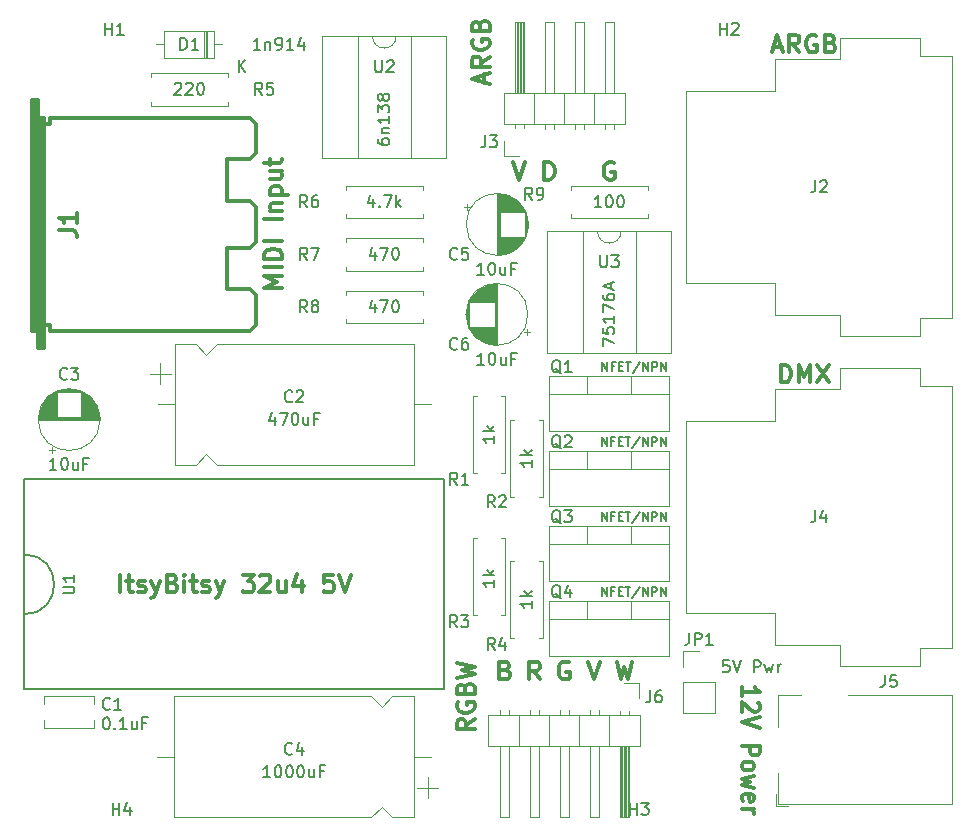
<source format=gbr>
%TF.GenerationSoftware,KiCad,Pcbnew,6.0.4+dfsg-1+b1*%
%TF.CreationDate,2022-05-07T15:52:57-05:00*%
%TF.ProjectId,arduino-midi-argb-dmx,61726475-696e-46f2-9d6d-6964692d6172,rev?*%
%TF.SameCoordinates,Original*%
%TF.FileFunction,Legend,Top*%
%TF.FilePolarity,Positive*%
%FSLAX46Y46*%
G04 Gerber Fmt 4.6, Leading zero omitted, Abs format (unit mm)*
G04 Created by KiCad (PCBNEW 6.0.4+dfsg-1+b1) date 2022-05-07 15:52:57*
%MOMM*%
%LPD*%
G01*
G04 APERTURE LIST*
%ADD10C,0.150000*%
%ADD11C,0.200000*%
%ADD12C,0.300000*%
%ADD13C,0.120000*%
%ADD14C,0.304800*%
G04 APERTURE END LIST*
D10*
X167015357Y-109559285D02*
X167015357Y-108809285D01*
X167443928Y-109559285D01*
X167443928Y-108809285D01*
X168051071Y-109166428D02*
X167801071Y-109166428D01*
X167801071Y-109559285D02*
X167801071Y-108809285D01*
X168158214Y-108809285D01*
X168443928Y-109166428D02*
X168693928Y-109166428D01*
X168801071Y-109559285D02*
X168443928Y-109559285D01*
X168443928Y-108809285D01*
X168801071Y-108809285D01*
X169015357Y-108809285D02*
X169443928Y-108809285D01*
X169229642Y-109559285D02*
X169229642Y-108809285D01*
X170229642Y-108773571D02*
X169586785Y-109737857D01*
X170479642Y-109559285D02*
X170479642Y-108809285D01*
X170908214Y-109559285D01*
X170908214Y-108809285D01*
X171265357Y-109559285D02*
X171265357Y-108809285D01*
X171551071Y-108809285D01*
X171622500Y-108845000D01*
X171658214Y-108880714D01*
X171693928Y-108952142D01*
X171693928Y-109059285D01*
X171658214Y-109130714D01*
X171622500Y-109166428D01*
X171551071Y-109202142D01*
X171265357Y-109202142D01*
X172015357Y-109559285D02*
X172015357Y-108809285D01*
X172443928Y-109559285D01*
X172443928Y-108809285D01*
X167015357Y-103209285D02*
X167015357Y-102459285D01*
X167443928Y-103209285D01*
X167443928Y-102459285D01*
X168051071Y-102816428D02*
X167801071Y-102816428D01*
X167801071Y-103209285D02*
X167801071Y-102459285D01*
X168158214Y-102459285D01*
X168443928Y-102816428D02*
X168693928Y-102816428D01*
X168801071Y-103209285D02*
X168443928Y-103209285D01*
X168443928Y-102459285D01*
X168801071Y-102459285D01*
X169015357Y-102459285D02*
X169443928Y-102459285D01*
X169229642Y-103209285D02*
X169229642Y-102459285D01*
X170229642Y-102423571D02*
X169586785Y-103387857D01*
X170479642Y-103209285D02*
X170479642Y-102459285D01*
X170908214Y-103209285D01*
X170908214Y-102459285D01*
X171265357Y-103209285D02*
X171265357Y-102459285D01*
X171551071Y-102459285D01*
X171622500Y-102495000D01*
X171658214Y-102530714D01*
X171693928Y-102602142D01*
X171693928Y-102709285D01*
X171658214Y-102780714D01*
X171622500Y-102816428D01*
X171551071Y-102852142D01*
X171265357Y-102852142D01*
X172015357Y-103209285D02*
X172015357Y-102459285D01*
X172443928Y-103209285D01*
X172443928Y-102459285D01*
X167015357Y-96859285D02*
X167015357Y-96109285D01*
X167443928Y-96859285D01*
X167443928Y-96109285D01*
X168051071Y-96466428D02*
X167801071Y-96466428D01*
X167801071Y-96859285D02*
X167801071Y-96109285D01*
X168158214Y-96109285D01*
X168443928Y-96466428D02*
X168693928Y-96466428D01*
X168801071Y-96859285D02*
X168443928Y-96859285D01*
X168443928Y-96109285D01*
X168801071Y-96109285D01*
X169015357Y-96109285D02*
X169443928Y-96109285D01*
X169229642Y-96859285D02*
X169229642Y-96109285D01*
X170229642Y-96073571D02*
X169586785Y-97037857D01*
X170479642Y-96859285D02*
X170479642Y-96109285D01*
X170908214Y-96859285D01*
X170908214Y-96109285D01*
X171265357Y-96859285D02*
X171265357Y-96109285D01*
X171551071Y-96109285D01*
X171622500Y-96145000D01*
X171658214Y-96180714D01*
X171693928Y-96252142D01*
X171693928Y-96359285D01*
X171658214Y-96430714D01*
X171622500Y-96466428D01*
X171551071Y-96502142D01*
X171265357Y-96502142D01*
X172015357Y-96859285D02*
X172015357Y-96109285D01*
X172443928Y-96859285D01*
X172443928Y-96109285D01*
X177800238Y-115022380D02*
X177324047Y-115022380D01*
X177276428Y-115498571D01*
X177324047Y-115450952D01*
X177419285Y-115403333D01*
X177657380Y-115403333D01*
X177752619Y-115450952D01*
X177800238Y-115498571D01*
X177847857Y-115593809D01*
X177847857Y-115831904D01*
X177800238Y-115927142D01*
X177752619Y-115974761D01*
X177657380Y-116022380D01*
X177419285Y-116022380D01*
X177324047Y-115974761D01*
X177276428Y-115927142D01*
X178133571Y-115022380D02*
X178466904Y-116022380D01*
X178800238Y-115022380D01*
X179895476Y-116022380D02*
X179895476Y-115022380D01*
X180276428Y-115022380D01*
X180371666Y-115070000D01*
X180419285Y-115117619D01*
X180466904Y-115212857D01*
X180466904Y-115355714D01*
X180419285Y-115450952D01*
X180371666Y-115498571D01*
X180276428Y-115546190D01*
X179895476Y-115546190D01*
X180800238Y-115355714D02*
X180990714Y-116022380D01*
X181181190Y-115546190D01*
X181371666Y-116022380D01*
X181562142Y-115355714D01*
X181943095Y-116022380D02*
X181943095Y-115355714D01*
X181943095Y-115546190D02*
X181990714Y-115450952D01*
X182038333Y-115403333D01*
X182133571Y-115355714D01*
X182228809Y-115355714D01*
D11*
X157942380Y-95994047D02*
X157942380Y-96565476D01*
X157942380Y-96279761D02*
X156942380Y-96279761D01*
X157085238Y-96375000D01*
X157180476Y-96470238D01*
X157228095Y-96565476D01*
X157942380Y-95565476D02*
X156942380Y-95565476D01*
X157561428Y-95470238D02*
X157942380Y-95184523D01*
X157275714Y-95184523D02*
X157656666Y-95565476D01*
D12*
X161764285Y-116619571D02*
X161264285Y-115905285D01*
X160907142Y-116619571D02*
X160907142Y-115119571D01*
X161478571Y-115119571D01*
X161621428Y-115191000D01*
X161692857Y-115262428D01*
X161764285Y-115405285D01*
X161764285Y-115619571D01*
X161692857Y-115762428D01*
X161621428Y-115833857D01*
X161478571Y-115905285D01*
X160907142Y-115905285D01*
D11*
X138114761Y-63307380D02*
X137543333Y-63307380D01*
X137829047Y-63307380D02*
X137829047Y-62307380D01*
X137733809Y-62450238D01*
X137638571Y-62545476D01*
X137543333Y-62593095D01*
X138543333Y-62640714D02*
X138543333Y-63307380D01*
X138543333Y-62735952D02*
X138590952Y-62688333D01*
X138686190Y-62640714D01*
X138829047Y-62640714D01*
X138924285Y-62688333D01*
X138971904Y-62783571D01*
X138971904Y-63307380D01*
X139495714Y-63307380D02*
X139686190Y-63307380D01*
X139781428Y-63259761D01*
X139829047Y-63212142D01*
X139924285Y-63069285D01*
X139971904Y-62878809D01*
X139971904Y-62497857D01*
X139924285Y-62402619D01*
X139876666Y-62355000D01*
X139781428Y-62307380D01*
X139590952Y-62307380D01*
X139495714Y-62355000D01*
X139448095Y-62402619D01*
X139400476Y-62497857D01*
X139400476Y-62735952D01*
X139448095Y-62831190D01*
X139495714Y-62878809D01*
X139590952Y-62926428D01*
X139781428Y-62926428D01*
X139876666Y-62878809D01*
X139924285Y-62831190D01*
X139971904Y-62735952D01*
X140924285Y-63307380D02*
X140352857Y-63307380D01*
X140638571Y-63307380D02*
X140638571Y-62307380D01*
X140543333Y-62450238D01*
X140448095Y-62545476D01*
X140352857Y-62593095D01*
X141781428Y-62640714D02*
X141781428Y-63307380D01*
X141543333Y-62259761D02*
X141305238Y-62974047D01*
X141924285Y-62974047D01*
D12*
X158867142Y-115833857D02*
X159081428Y-115905285D01*
X159152857Y-115976714D01*
X159224285Y-116119571D01*
X159224285Y-116333857D01*
X159152857Y-116476714D01*
X159081428Y-116548142D01*
X158938571Y-116619571D01*
X158367142Y-116619571D01*
X158367142Y-115119571D01*
X158867142Y-115119571D01*
X159010000Y-115191000D01*
X159081428Y-115262428D01*
X159152857Y-115405285D01*
X159152857Y-115548142D01*
X159081428Y-115691000D01*
X159010000Y-115762428D01*
X158867142Y-115833857D01*
X158367142Y-115833857D01*
X159530000Y-72828571D02*
X160030000Y-74328571D01*
X160530000Y-72828571D01*
D11*
X125028571Y-119839880D02*
X125123809Y-119839880D01*
X125219047Y-119887500D01*
X125266666Y-119935119D01*
X125314285Y-120030357D01*
X125361904Y-120220833D01*
X125361904Y-120458928D01*
X125314285Y-120649404D01*
X125266666Y-120744642D01*
X125219047Y-120792261D01*
X125123809Y-120839880D01*
X125028571Y-120839880D01*
X124933333Y-120792261D01*
X124885714Y-120744642D01*
X124838095Y-120649404D01*
X124790476Y-120458928D01*
X124790476Y-120220833D01*
X124838095Y-120030357D01*
X124885714Y-119935119D01*
X124933333Y-119887500D01*
X125028571Y-119839880D01*
X125790476Y-120744642D02*
X125838095Y-120792261D01*
X125790476Y-120839880D01*
X125742857Y-120792261D01*
X125790476Y-120744642D01*
X125790476Y-120839880D01*
X126790476Y-120839880D02*
X126219047Y-120839880D01*
X126504761Y-120839880D02*
X126504761Y-119839880D01*
X126409523Y-119982738D01*
X126314285Y-120077976D01*
X126219047Y-120125595D01*
X127647619Y-120173214D02*
X127647619Y-120839880D01*
X127219047Y-120173214D02*
X127219047Y-120697023D01*
X127266666Y-120792261D01*
X127361904Y-120839880D01*
X127504761Y-120839880D01*
X127600000Y-120792261D01*
X127647619Y-120744642D01*
X128457142Y-120316071D02*
X128123809Y-120316071D01*
X128123809Y-120839880D02*
X128123809Y-119839880D01*
X128600000Y-119839880D01*
X161117380Y-109964047D02*
X161117380Y-110535476D01*
X161117380Y-110249761D02*
X160117380Y-110249761D01*
X160260238Y-110345000D01*
X160355476Y-110440238D01*
X160403095Y-110535476D01*
X161117380Y-109535476D02*
X160117380Y-109535476D01*
X160736428Y-109440238D02*
X161117380Y-109154523D01*
X160450714Y-109154523D02*
X160831666Y-109535476D01*
D12*
X157095000Y-66107142D02*
X157095000Y-65392857D01*
X157523571Y-66250000D02*
X156023571Y-65750000D01*
X157523571Y-65250000D01*
X157523571Y-63892857D02*
X156809285Y-64392857D01*
X157523571Y-64750000D02*
X156023571Y-64750000D01*
X156023571Y-64178571D01*
X156095000Y-64035714D01*
X156166428Y-63964285D01*
X156309285Y-63892857D01*
X156523571Y-63892857D01*
X156666428Y-63964285D01*
X156737857Y-64035714D01*
X156809285Y-64178571D01*
X156809285Y-64750000D01*
X156095000Y-62464285D02*
X156023571Y-62607142D01*
X156023571Y-62821428D01*
X156095000Y-63035714D01*
X156237857Y-63178571D01*
X156380714Y-63250000D01*
X156666428Y-63321428D01*
X156880714Y-63321428D01*
X157166428Y-63250000D01*
X157309285Y-63178571D01*
X157452142Y-63035714D01*
X157523571Y-62821428D01*
X157523571Y-62678571D01*
X157452142Y-62464285D01*
X157380714Y-62392857D01*
X156880714Y-62392857D01*
X156880714Y-62678571D01*
X156737857Y-61250000D02*
X156809285Y-61035714D01*
X156880714Y-60964285D01*
X157023571Y-60892857D01*
X157237857Y-60892857D01*
X157380714Y-60964285D01*
X157452142Y-61035714D01*
X157523571Y-61178571D01*
X157523571Y-61750000D01*
X156023571Y-61750000D01*
X156023571Y-61250000D01*
X156095000Y-61107142D01*
X156166428Y-61035714D01*
X156309285Y-60964285D01*
X156452142Y-60964285D01*
X156595000Y-61035714D01*
X156666428Y-61107142D01*
X156737857Y-61250000D01*
X156737857Y-61750000D01*
X126257142Y-109253571D02*
X126257142Y-107753571D01*
X126757142Y-108253571D02*
X127328571Y-108253571D01*
X126971428Y-107753571D02*
X126971428Y-109039285D01*
X127042857Y-109182142D01*
X127185714Y-109253571D01*
X127328571Y-109253571D01*
X127757142Y-109182142D02*
X127900000Y-109253571D01*
X128185714Y-109253571D01*
X128328571Y-109182142D01*
X128400000Y-109039285D01*
X128400000Y-108967857D01*
X128328571Y-108825000D01*
X128185714Y-108753571D01*
X127971428Y-108753571D01*
X127828571Y-108682142D01*
X127757142Y-108539285D01*
X127757142Y-108467857D01*
X127828571Y-108325000D01*
X127971428Y-108253571D01*
X128185714Y-108253571D01*
X128328571Y-108325000D01*
X128900000Y-108253571D02*
X129257142Y-109253571D01*
X129614285Y-108253571D02*
X129257142Y-109253571D01*
X129114285Y-109610714D01*
X129042857Y-109682142D01*
X128900000Y-109753571D01*
X130685714Y-108467857D02*
X130900000Y-108539285D01*
X130971428Y-108610714D01*
X131042857Y-108753571D01*
X131042857Y-108967857D01*
X130971428Y-109110714D01*
X130900000Y-109182142D01*
X130757142Y-109253571D01*
X130185714Y-109253571D01*
X130185714Y-107753571D01*
X130685714Y-107753571D01*
X130828571Y-107825000D01*
X130900000Y-107896428D01*
X130971428Y-108039285D01*
X130971428Y-108182142D01*
X130900000Y-108325000D01*
X130828571Y-108396428D01*
X130685714Y-108467857D01*
X130185714Y-108467857D01*
X131685714Y-109253571D02*
X131685714Y-108253571D01*
X131685714Y-107753571D02*
X131614285Y-107825000D01*
X131685714Y-107896428D01*
X131757142Y-107825000D01*
X131685714Y-107753571D01*
X131685714Y-107896428D01*
X132185714Y-108253571D02*
X132757142Y-108253571D01*
X132400000Y-107753571D02*
X132400000Y-109039285D01*
X132471428Y-109182142D01*
X132614285Y-109253571D01*
X132757142Y-109253571D01*
X133185714Y-109182142D02*
X133328571Y-109253571D01*
X133614285Y-109253571D01*
X133757142Y-109182142D01*
X133828571Y-109039285D01*
X133828571Y-108967857D01*
X133757142Y-108825000D01*
X133614285Y-108753571D01*
X133400000Y-108753571D01*
X133257142Y-108682142D01*
X133185714Y-108539285D01*
X133185714Y-108467857D01*
X133257142Y-108325000D01*
X133400000Y-108253571D01*
X133614285Y-108253571D01*
X133757142Y-108325000D01*
X134328571Y-108253571D02*
X134685714Y-109253571D01*
X135042857Y-108253571D02*
X134685714Y-109253571D01*
X134542857Y-109610714D01*
X134471428Y-109682142D01*
X134328571Y-109753571D01*
X136614285Y-107753571D02*
X137542857Y-107753571D01*
X137042857Y-108325000D01*
X137257142Y-108325000D01*
X137400000Y-108396428D01*
X137471428Y-108467857D01*
X137542857Y-108610714D01*
X137542857Y-108967857D01*
X137471428Y-109110714D01*
X137400000Y-109182142D01*
X137257142Y-109253571D01*
X136828571Y-109253571D01*
X136685714Y-109182142D01*
X136614285Y-109110714D01*
X138114285Y-107896428D02*
X138185714Y-107825000D01*
X138328571Y-107753571D01*
X138685714Y-107753571D01*
X138828571Y-107825000D01*
X138900000Y-107896428D01*
X138971428Y-108039285D01*
X138971428Y-108182142D01*
X138900000Y-108396428D01*
X138042857Y-109253571D01*
X138971428Y-109253571D01*
X140257142Y-108253571D02*
X140257142Y-109253571D01*
X139614285Y-108253571D02*
X139614285Y-109039285D01*
X139685714Y-109182142D01*
X139828571Y-109253571D01*
X140042857Y-109253571D01*
X140185714Y-109182142D01*
X140257142Y-109110714D01*
X141614285Y-108253571D02*
X141614285Y-109253571D01*
X141257142Y-107682142D02*
X140900000Y-108753571D01*
X141828571Y-108753571D01*
X144257142Y-107753571D02*
X143542857Y-107753571D01*
X143471428Y-108467857D01*
X143542857Y-108396428D01*
X143685714Y-108325000D01*
X144042857Y-108325000D01*
X144185714Y-108396428D01*
X144257142Y-108467857D01*
X144328571Y-108610714D01*
X144328571Y-108967857D01*
X144257142Y-109110714D01*
X144185714Y-109182142D01*
X144042857Y-109253571D01*
X143685714Y-109253571D01*
X143542857Y-109182142D01*
X143471428Y-109110714D01*
X144757142Y-107753571D02*
X145257142Y-109253571D01*
X145757142Y-107753571D01*
X181542857Y-63115000D02*
X182257142Y-63115000D01*
X181400000Y-63543571D02*
X181900000Y-62043571D01*
X182400000Y-63543571D01*
X183757142Y-63543571D02*
X183257142Y-62829285D01*
X182900000Y-63543571D02*
X182900000Y-62043571D01*
X183471428Y-62043571D01*
X183614285Y-62115000D01*
X183685714Y-62186428D01*
X183757142Y-62329285D01*
X183757142Y-62543571D01*
X183685714Y-62686428D01*
X183614285Y-62757857D01*
X183471428Y-62829285D01*
X182900000Y-62829285D01*
X185185714Y-62115000D02*
X185042857Y-62043571D01*
X184828571Y-62043571D01*
X184614285Y-62115000D01*
X184471428Y-62257857D01*
X184400000Y-62400714D01*
X184328571Y-62686428D01*
X184328571Y-62900714D01*
X184400000Y-63186428D01*
X184471428Y-63329285D01*
X184614285Y-63472142D01*
X184828571Y-63543571D01*
X184971428Y-63543571D01*
X185185714Y-63472142D01*
X185257142Y-63400714D01*
X185257142Y-62900714D01*
X184971428Y-62900714D01*
X186400000Y-62757857D02*
X186614285Y-62829285D01*
X186685714Y-62900714D01*
X186757142Y-63043571D01*
X186757142Y-63257857D01*
X186685714Y-63400714D01*
X186614285Y-63472142D01*
X186471428Y-63543571D01*
X185900000Y-63543571D01*
X185900000Y-62043571D01*
X186400000Y-62043571D01*
X186542857Y-62115000D01*
X186614285Y-62186428D01*
X186685714Y-62329285D01*
X186685714Y-62472142D01*
X186614285Y-62615000D01*
X186542857Y-62686428D01*
X186400000Y-62757857D01*
X185900000Y-62757857D01*
D11*
X157053571Y-82357380D02*
X156482142Y-82357380D01*
X156767857Y-82357380D02*
X156767857Y-81357380D01*
X156672619Y-81500238D01*
X156577380Y-81595476D01*
X156482142Y-81643095D01*
X157672619Y-81357380D02*
X157767857Y-81357380D01*
X157863095Y-81405000D01*
X157910714Y-81452619D01*
X157958333Y-81547857D01*
X158005952Y-81738333D01*
X158005952Y-81976428D01*
X157958333Y-82166904D01*
X157910714Y-82262142D01*
X157863095Y-82309761D01*
X157767857Y-82357380D01*
X157672619Y-82357380D01*
X157577380Y-82309761D01*
X157529761Y-82262142D01*
X157482142Y-82166904D01*
X157434523Y-81976428D01*
X157434523Y-81738333D01*
X157482142Y-81547857D01*
X157529761Y-81452619D01*
X157577380Y-81405000D01*
X157672619Y-81357380D01*
X158863095Y-81690714D02*
X158863095Y-82357380D01*
X158434523Y-81690714D02*
X158434523Y-82214523D01*
X158482142Y-82309761D01*
X158577380Y-82357380D01*
X158720238Y-82357380D01*
X158815476Y-82309761D01*
X158863095Y-82262142D01*
X159672619Y-81833571D02*
X159339285Y-81833571D01*
X159339285Y-82357380D02*
X159339285Y-81357380D01*
X159815476Y-81357380D01*
X157073571Y-89977380D02*
X156502142Y-89977380D01*
X156787857Y-89977380D02*
X156787857Y-88977380D01*
X156692619Y-89120238D01*
X156597380Y-89215476D01*
X156502142Y-89263095D01*
X157692619Y-88977380D02*
X157787857Y-88977380D01*
X157883095Y-89025000D01*
X157930714Y-89072619D01*
X157978333Y-89167857D01*
X158025952Y-89358333D01*
X158025952Y-89596428D01*
X157978333Y-89786904D01*
X157930714Y-89882142D01*
X157883095Y-89929761D01*
X157787857Y-89977380D01*
X157692619Y-89977380D01*
X157597380Y-89929761D01*
X157549761Y-89882142D01*
X157502142Y-89786904D01*
X157454523Y-89596428D01*
X157454523Y-89358333D01*
X157502142Y-89167857D01*
X157549761Y-89072619D01*
X157597380Y-89025000D01*
X157692619Y-88977380D01*
X158883095Y-89310714D02*
X158883095Y-89977380D01*
X158454523Y-89310714D02*
X158454523Y-89834523D01*
X158502142Y-89929761D01*
X158597380Y-89977380D01*
X158740238Y-89977380D01*
X158835476Y-89929761D01*
X158883095Y-89882142D01*
X159692619Y-89453571D02*
X159359285Y-89453571D01*
X159359285Y-89977380D02*
X159359285Y-88977380D01*
X159835476Y-88977380D01*
X147845683Y-80412865D02*
X147845683Y-81079531D01*
X147607588Y-80031912D02*
X147369492Y-80746198D01*
X147988540Y-80746198D01*
X148274254Y-80079531D02*
X148940921Y-80079531D01*
X148512349Y-81079531D01*
X149512349Y-80079531D02*
X149607588Y-80079531D01*
X149702826Y-80127151D01*
X149750445Y-80174770D01*
X149798064Y-80270008D01*
X149845683Y-80460484D01*
X149845683Y-80698579D01*
X149798064Y-80889055D01*
X149750445Y-80984293D01*
X149702826Y-81031912D01*
X149607588Y-81079531D01*
X149512349Y-81079531D01*
X149417111Y-81031912D01*
X149369492Y-80984293D01*
X149321873Y-80889055D01*
X149274254Y-80698579D01*
X149274254Y-80460484D01*
X149321873Y-80270008D01*
X149369492Y-80174770D01*
X149417111Y-80127151D01*
X149512349Y-80079531D01*
X157942380Y-108186047D02*
X157942380Y-108757476D01*
X157942380Y-108471761D02*
X156942380Y-108471761D01*
X157085238Y-108567000D01*
X157180476Y-108662238D01*
X157228095Y-108757476D01*
X157942380Y-107757476D02*
X156942380Y-107757476D01*
X157561428Y-107662238D02*
X157942380Y-107376523D01*
X157275714Y-107376523D02*
X157656666Y-107757476D01*
D12*
X182185714Y-91483571D02*
X182185714Y-89983571D01*
X182542857Y-89983571D01*
X182757142Y-90055000D01*
X182900000Y-90197857D01*
X182971428Y-90340714D01*
X183042857Y-90626428D01*
X183042857Y-90840714D01*
X182971428Y-91126428D01*
X182900000Y-91269285D01*
X182757142Y-91412142D01*
X182542857Y-91483571D01*
X182185714Y-91483571D01*
X183685714Y-91483571D02*
X183685714Y-89983571D01*
X184185714Y-91055000D01*
X184685714Y-89983571D01*
X184685714Y-91483571D01*
X185257142Y-89983571D02*
X186257142Y-91483571D01*
X186257142Y-89983571D02*
X185257142Y-91483571D01*
X162177142Y-74328571D02*
X162177142Y-72828571D01*
X162534285Y-72828571D01*
X162748571Y-72900000D01*
X162891428Y-73042857D01*
X162962857Y-73185714D01*
X163034285Y-73471428D01*
X163034285Y-73685714D01*
X162962857Y-73971428D01*
X162891428Y-74114285D01*
X162748571Y-74257142D01*
X162534285Y-74328571D01*
X162177142Y-74328571D01*
X168277142Y-115119571D02*
X168634285Y-116619571D01*
X168920000Y-115548142D01*
X169205714Y-116619571D01*
X169562857Y-115119571D01*
D11*
X148052380Y-70895476D02*
X148052380Y-71085952D01*
X148100000Y-71181190D01*
X148147619Y-71228809D01*
X148290476Y-71324047D01*
X148480952Y-71371666D01*
X148861904Y-71371666D01*
X148957142Y-71324047D01*
X149004761Y-71276428D01*
X149052380Y-71181190D01*
X149052380Y-70990714D01*
X149004761Y-70895476D01*
X148957142Y-70847857D01*
X148861904Y-70800238D01*
X148623809Y-70800238D01*
X148528571Y-70847857D01*
X148480952Y-70895476D01*
X148433333Y-70990714D01*
X148433333Y-71181190D01*
X148480952Y-71276428D01*
X148528571Y-71324047D01*
X148623809Y-71371666D01*
X148385714Y-70371666D02*
X149052380Y-70371666D01*
X148480952Y-70371666D02*
X148433333Y-70324047D01*
X148385714Y-70228809D01*
X148385714Y-70085952D01*
X148433333Y-69990714D01*
X148528571Y-69943095D01*
X149052380Y-69943095D01*
X149052380Y-68943095D02*
X149052380Y-69514523D01*
X149052380Y-69228809D02*
X148052380Y-69228809D01*
X148195238Y-69324047D01*
X148290476Y-69419285D01*
X148338095Y-69514523D01*
X148052380Y-68609761D02*
X148052380Y-67990714D01*
X148433333Y-68324047D01*
X148433333Y-68181190D01*
X148480952Y-68085952D01*
X148528571Y-68038333D01*
X148623809Y-67990714D01*
X148861904Y-67990714D01*
X148957142Y-68038333D01*
X149004761Y-68085952D01*
X149052380Y-68181190D01*
X149052380Y-68466904D01*
X149004761Y-68562142D01*
X148957142Y-68609761D01*
X148480952Y-67419285D02*
X148433333Y-67514523D01*
X148385714Y-67562142D01*
X148290476Y-67609761D01*
X148242857Y-67609761D01*
X148147619Y-67562142D01*
X148100000Y-67514523D01*
X148052380Y-67419285D01*
X148052380Y-67228809D01*
X148100000Y-67133571D01*
X148147619Y-67085952D01*
X148242857Y-67038333D01*
X148290476Y-67038333D01*
X148385714Y-67085952D01*
X148433333Y-67133571D01*
X148480952Y-67228809D01*
X148480952Y-67419285D01*
X148528571Y-67514523D01*
X148576190Y-67562142D01*
X148671428Y-67609761D01*
X148861904Y-67609761D01*
X148957142Y-67562142D01*
X149004761Y-67514523D01*
X149052380Y-67419285D01*
X149052380Y-67228809D01*
X149004761Y-67133571D01*
X148957142Y-67085952D01*
X148861904Y-67038333D01*
X148671428Y-67038333D01*
X148576190Y-67085952D01*
X148528571Y-67133571D01*
X148480952Y-67228809D01*
X166983333Y-76642380D02*
X166411904Y-76642380D01*
X166697619Y-76642380D02*
X166697619Y-75642380D01*
X166602380Y-75785238D01*
X166507142Y-75880476D01*
X166411904Y-75928095D01*
X167602380Y-75642380D02*
X167697619Y-75642380D01*
X167792857Y-75690000D01*
X167840476Y-75737619D01*
X167888095Y-75832857D01*
X167935714Y-76023333D01*
X167935714Y-76261428D01*
X167888095Y-76451904D01*
X167840476Y-76547142D01*
X167792857Y-76594761D01*
X167697619Y-76642380D01*
X167602380Y-76642380D01*
X167507142Y-76594761D01*
X167459523Y-76547142D01*
X167411904Y-76451904D01*
X167364285Y-76261428D01*
X167364285Y-76023333D01*
X167411904Y-75832857D01*
X167459523Y-75737619D01*
X167507142Y-75690000D01*
X167602380Y-75642380D01*
X168554761Y-75642380D02*
X168650000Y-75642380D01*
X168745238Y-75690000D01*
X168792857Y-75737619D01*
X168840476Y-75832857D01*
X168888095Y-76023333D01*
X168888095Y-76261428D01*
X168840476Y-76451904D01*
X168792857Y-76547142D01*
X168745238Y-76594761D01*
X168650000Y-76642380D01*
X168554761Y-76642380D01*
X168459523Y-76594761D01*
X168411904Y-76547142D01*
X168364285Y-76451904D01*
X168316666Y-76261428D01*
X168316666Y-76023333D01*
X168364285Y-75832857D01*
X168411904Y-75737619D01*
X168459523Y-75690000D01*
X168554761Y-75642380D01*
X147838095Y-84865714D02*
X147838095Y-85532380D01*
X147600000Y-84484761D02*
X147361904Y-85199047D01*
X147980952Y-85199047D01*
X148266666Y-84532380D02*
X148933333Y-84532380D01*
X148504761Y-85532380D01*
X149504761Y-84532380D02*
X149600000Y-84532380D01*
X149695238Y-84580000D01*
X149742857Y-84627619D01*
X149790476Y-84722857D01*
X149838095Y-84913333D01*
X149838095Y-85151428D01*
X149790476Y-85341904D01*
X149742857Y-85437142D01*
X149695238Y-85484761D01*
X149600000Y-85532380D01*
X149504761Y-85532380D01*
X149409523Y-85484761D01*
X149361904Y-85437142D01*
X149314285Y-85341904D01*
X149266666Y-85151428D01*
X149266666Y-84913333D01*
X149314285Y-84722857D01*
X149361904Y-84627619D01*
X149409523Y-84580000D01*
X149504761Y-84532380D01*
D12*
X156253571Y-120002857D02*
X155539285Y-120502857D01*
X156253571Y-120860000D02*
X154753571Y-120860000D01*
X154753571Y-120288571D01*
X154825000Y-120145714D01*
X154896428Y-120074285D01*
X155039285Y-120002857D01*
X155253571Y-120002857D01*
X155396428Y-120074285D01*
X155467857Y-120145714D01*
X155539285Y-120288571D01*
X155539285Y-120860000D01*
X154825000Y-118574285D02*
X154753571Y-118717142D01*
X154753571Y-118931428D01*
X154825000Y-119145714D01*
X154967857Y-119288571D01*
X155110714Y-119360000D01*
X155396428Y-119431428D01*
X155610714Y-119431428D01*
X155896428Y-119360000D01*
X156039285Y-119288571D01*
X156182142Y-119145714D01*
X156253571Y-118931428D01*
X156253571Y-118788571D01*
X156182142Y-118574285D01*
X156110714Y-118502857D01*
X155610714Y-118502857D01*
X155610714Y-118788571D01*
X155467857Y-117360000D02*
X155539285Y-117145714D01*
X155610714Y-117074285D01*
X155753571Y-117002857D01*
X155967857Y-117002857D01*
X156110714Y-117074285D01*
X156182142Y-117145714D01*
X156253571Y-117288571D01*
X156253571Y-117860000D01*
X154753571Y-117860000D01*
X154753571Y-117360000D01*
X154825000Y-117217142D01*
X154896428Y-117145714D01*
X155039285Y-117074285D01*
X155182142Y-117074285D01*
X155325000Y-117145714D01*
X155396428Y-117217142D01*
X155467857Y-117360000D01*
X155467857Y-117860000D01*
X154753571Y-116502857D02*
X156253571Y-116145714D01*
X155182142Y-115860000D01*
X156253571Y-115574285D01*
X154753571Y-115217142D01*
X164232857Y-115191000D02*
X164090000Y-115119571D01*
X163875714Y-115119571D01*
X163661428Y-115191000D01*
X163518571Y-115333857D01*
X163447142Y-115476714D01*
X163375714Y-115762428D01*
X163375714Y-115976714D01*
X163447142Y-116262428D01*
X163518571Y-116405285D01*
X163661428Y-116548142D01*
X163875714Y-116619571D01*
X164018571Y-116619571D01*
X164232857Y-116548142D01*
X164304285Y-116476714D01*
X164304285Y-115976714D01*
X164018571Y-115976714D01*
D11*
X138956190Y-124902380D02*
X138384761Y-124902380D01*
X138670476Y-124902380D02*
X138670476Y-123902380D01*
X138575238Y-124045238D01*
X138480000Y-124140476D01*
X138384761Y-124188095D01*
X139575238Y-123902380D02*
X139670476Y-123902380D01*
X139765714Y-123950000D01*
X139813333Y-123997619D01*
X139860952Y-124092857D01*
X139908571Y-124283333D01*
X139908571Y-124521428D01*
X139860952Y-124711904D01*
X139813333Y-124807142D01*
X139765714Y-124854761D01*
X139670476Y-124902380D01*
X139575238Y-124902380D01*
X139480000Y-124854761D01*
X139432380Y-124807142D01*
X139384761Y-124711904D01*
X139337142Y-124521428D01*
X139337142Y-124283333D01*
X139384761Y-124092857D01*
X139432380Y-123997619D01*
X139480000Y-123950000D01*
X139575238Y-123902380D01*
X140527619Y-123902380D02*
X140622857Y-123902380D01*
X140718095Y-123950000D01*
X140765714Y-123997619D01*
X140813333Y-124092857D01*
X140860952Y-124283333D01*
X140860952Y-124521428D01*
X140813333Y-124711904D01*
X140765714Y-124807142D01*
X140718095Y-124854761D01*
X140622857Y-124902380D01*
X140527619Y-124902380D01*
X140432380Y-124854761D01*
X140384761Y-124807142D01*
X140337142Y-124711904D01*
X140289523Y-124521428D01*
X140289523Y-124283333D01*
X140337142Y-124092857D01*
X140384761Y-123997619D01*
X140432380Y-123950000D01*
X140527619Y-123902380D01*
X141480000Y-123902380D02*
X141575238Y-123902380D01*
X141670476Y-123950000D01*
X141718095Y-123997619D01*
X141765714Y-124092857D01*
X141813333Y-124283333D01*
X141813333Y-124521428D01*
X141765714Y-124711904D01*
X141718095Y-124807142D01*
X141670476Y-124854761D01*
X141575238Y-124902380D01*
X141480000Y-124902380D01*
X141384761Y-124854761D01*
X141337142Y-124807142D01*
X141289523Y-124711904D01*
X141241904Y-124521428D01*
X141241904Y-124283333D01*
X141289523Y-124092857D01*
X141337142Y-123997619D01*
X141384761Y-123950000D01*
X141480000Y-123902380D01*
X142670476Y-124235714D02*
X142670476Y-124902380D01*
X142241904Y-124235714D02*
X142241904Y-124759523D01*
X142289523Y-124854761D01*
X142384761Y-124902380D01*
X142527619Y-124902380D01*
X142622857Y-124854761D01*
X142670476Y-124807142D01*
X143480000Y-124378571D02*
X143146666Y-124378571D01*
X143146666Y-124902380D02*
X143146666Y-123902380D01*
X143622857Y-123902380D01*
X167102380Y-88381666D02*
X167102380Y-87715000D01*
X168102380Y-88143571D01*
X167102380Y-86857857D02*
X167102380Y-87334047D01*
X167578571Y-87381666D01*
X167530952Y-87334047D01*
X167483333Y-87238809D01*
X167483333Y-87000714D01*
X167530952Y-86905476D01*
X167578571Y-86857857D01*
X167673809Y-86810238D01*
X167911904Y-86810238D01*
X168007142Y-86857857D01*
X168054761Y-86905476D01*
X168102380Y-87000714D01*
X168102380Y-87238809D01*
X168054761Y-87334047D01*
X168007142Y-87381666D01*
X168102380Y-85857857D02*
X168102380Y-86429285D01*
X168102380Y-86143571D02*
X167102380Y-86143571D01*
X167245238Y-86238809D01*
X167340476Y-86334047D01*
X167388095Y-86429285D01*
X167102380Y-85524523D02*
X167102380Y-84857857D01*
X168102380Y-85286428D01*
X167102380Y-84048333D02*
X167102380Y-84238809D01*
X167150000Y-84334047D01*
X167197619Y-84381666D01*
X167340476Y-84476904D01*
X167530952Y-84524523D01*
X167911904Y-84524523D01*
X168007142Y-84476904D01*
X168054761Y-84429285D01*
X168102380Y-84334047D01*
X168102380Y-84143571D01*
X168054761Y-84048333D01*
X168007142Y-84000714D01*
X167911904Y-83953095D01*
X167673809Y-83953095D01*
X167578571Y-84000714D01*
X167530952Y-84048333D01*
X167483333Y-84143571D01*
X167483333Y-84334047D01*
X167530952Y-84429285D01*
X167578571Y-84476904D01*
X167673809Y-84524523D01*
X167816666Y-83572142D02*
X167816666Y-83095952D01*
X168102380Y-83667380D02*
X167102380Y-83334047D01*
X168102380Y-83000714D01*
X120858571Y-98867380D02*
X120287142Y-98867380D01*
X120572857Y-98867380D02*
X120572857Y-97867380D01*
X120477619Y-98010238D01*
X120382380Y-98105476D01*
X120287142Y-98153095D01*
X121477619Y-97867380D02*
X121572857Y-97867380D01*
X121668095Y-97915000D01*
X121715714Y-97962619D01*
X121763333Y-98057857D01*
X121810952Y-98248333D01*
X121810952Y-98486428D01*
X121763333Y-98676904D01*
X121715714Y-98772142D01*
X121668095Y-98819761D01*
X121572857Y-98867380D01*
X121477619Y-98867380D01*
X121382380Y-98819761D01*
X121334761Y-98772142D01*
X121287142Y-98676904D01*
X121239523Y-98486428D01*
X121239523Y-98248333D01*
X121287142Y-98057857D01*
X121334761Y-97962619D01*
X121382380Y-97915000D01*
X121477619Y-97867380D01*
X122668095Y-98200714D02*
X122668095Y-98867380D01*
X122239523Y-98200714D02*
X122239523Y-98724523D01*
X122287142Y-98819761D01*
X122382380Y-98867380D01*
X122525238Y-98867380D01*
X122620476Y-98819761D01*
X122668095Y-98772142D01*
X123477619Y-98343571D02*
X123144285Y-98343571D01*
X123144285Y-98867380D02*
X123144285Y-97867380D01*
X123620476Y-97867380D01*
X139337142Y-94390714D02*
X139337142Y-95057380D01*
X139099047Y-94009761D02*
X138860952Y-94724047D01*
X139480000Y-94724047D01*
X139765714Y-94057380D02*
X140432380Y-94057380D01*
X140003809Y-95057380D01*
X141003809Y-94057380D02*
X141099047Y-94057380D01*
X141194285Y-94105000D01*
X141241904Y-94152619D01*
X141289523Y-94247857D01*
X141337142Y-94438333D01*
X141337142Y-94676428D01*
X141289523Y-94866904D01*
X141241904Y-94962142D01*
X141194285Y-95009761D01*
X141099047Y-95057380D01*
X141003809Y-95057380D01*
X140908571Y-95009761D01*
X140860952Y-94962142D01*
X140813333Y-94866904D01*
X140765714Y-94676428D01*
X140765714Y-94438333D01*
X140813333Y-94247857D01*
X140860952Y-94152619D01*
X140908571Y-94105000D01*
X141003809Y-94057380D01*
X142194285Y-94390714D02*
X142194285Y-95057380D01*
X141765714Y-94390714D02*
X141765714Y-94914523D01*
X141813333Y-95009761D01*
X141908571Y-95057380D01*
X142051428Y-95057380D01*
X142146666Y-95009761D01*
X142194285Y-94962142D01*
X143003809Y-94533571D02*
X142670476Y-94533571D01*
X142670476Y-95057380D02*
X142670476Y-94057380D01*
X143146666Y-94057380D01*
X130851904Y-66212619D02*
X130899523Y-66165000D01*
X130994761Y-66117380D01*
X131232857Y-66117380D01*
X131328095Y-66165000D01*
X131375714Y-66212619D01*
X131423333Y-66307857D01*
X131423333Y-66403095D01*
X131375714Y-66545952D01*
X130804285Y-67117380D01*
X131423333Y-67117380D01*
X131804285Y-66212619D02*
X131851904Y-66165000D01*
X131947142Y-66117380D01*
X132185238Y-66117380D01*
X132280476Y-66165000D01*
X132328095Y-66212619D01*
X132375714Y-66307857D01*
X132375714Y-66403095D01*
X132328095Y-66545952D01*
X131756666Y-67117380D01*
X132375714Y-67117380D01*
X132994761Y-66117380D02*
X133090000Y-66117380D01*
X133185238Y-66165000D01*
X133232857Y-66212619D01*
X133280476Y-66307857D01*
X133328095Y-66498333D01*
X133328095Y-66736428D01*
X133280476Y-66926904D01*
X133232857Y-67022142D01*
X133185238Y-67069761D01*
X133090000Y-67117380D01*
X132994761Y-67117380D01*
X132899523Y-67069761D01*
X132851904Y-67022142D01*
X132804285Y-66926904D01*
X132756666Y-66736428D01*
X132756666Y-66498333D01*
X132804285Y-66307857D01*
X132851904Y-66212619D01*
X132899523Y-66165000D01*
X132994761Y-66117380D01*
D12*
X165880000Y-115119571D02*
X166380000Y-116619571D01*
X166880000Y-115119571D01*
D11*
X147671428Y-75975714D02*
X147671428Y-76642380D01*
X147433333Y-75594761D02*
X147195238Y-76309047D01*
X147814285Y-76309047D01*
X148195238Y-76547142D02*
X148242857Y-76594761D01*
X148195238Y-76642380D01*
X148147619Y-76594761D01*
X148195238Y-76547142D01*
X148195238Y-76642380D01*
X148576190Y-75642380D02*
X149242857Y-75642380D01*
X148814285Y-76642380D01*
X149623809Y-76642380D02*
X149623809Y-75642380D01*
X149719047Y-76261428D02*
X150004761Y-76642380D01*
X150004761Y-75975714D02*
X149623809Y-76356666D01*
D10*
X167065357Y-90499285D02*
X167065357Y-89749285D01*
X167493928Y-90499285D01*
X167493928Y-89749285D01*
X168101071Y-90106428D02*
X167851071Y-90106428D01*
X167851071Y-90499285D02*
X167851071Y-89749285D01*
X168208214Y-89749285D01*
X168493928Y-90106428D02*
X168743928Y-90106428D01*
X168851071Y-90499285D02*
X168493928Y-90499285D01*
X168493928Y-89749285D01*
X168851071Y-89749285D01*
X169065357Y-89749285D02*
X169493928Y-89749285D01*
X169279642Y-90499285D02*
X169279642Y-89749285D01*
X170279642Y-89713571D02*
X169636785Y-90677857D01*
X170529642Y-90499285D02*
X170529642Y-89749285D01*
X170958214Y-90499285D01*
X170958214Y-89749285D01*
X171315357Y-90499285D02*
X171315357Y-89749285D01*
X171601071Y-89749285D01*
X171672500Y-89785000D01*
X171708214Y-89820714D01*
X171743928Y-89892142D01*
X171743928Y-89999285D01*
X171708214Y-90070714D01*
X171672500Y-90106428D01*
X171601071Y-90142142D01*
X171315357Y-90142142D01*
X172065357Y-90499285D02*
X172065357Y-89749285D01*
X172493928Y-90499285D01*
X172493928Y-89749285D01*
D12*
X168042857Y-72900000D02*
X167900000Y-72828571D01*
X167685714Y-72828571D01*
X167471428Y-72900000D01*
X167328571Y-73042857D01*
X167257142Y-73185714D01*
X167185714Y-73471428D01*
X167185714Y-73685714D01*
X167257142Y-73971428D01*
X167328571Y-74114285D01*
X167471428Y-74257142D01*
X167685714Y-74328571D01*
X167828571Y-74328571D01*
X168042857Y-74257142D01*
X168114285Y-74185714D01*
X168114285Y-73685714D01*
X167828571Y-73685714D01*
D11*
X161117380Y-98026047D02*
X161117380Y-98597476D01*
X161117380Y-98311761D02*
X160117380Y-98311761D01*
X160260238Y-98407000D01*
X160355476Y-98502238D01*
X160403095Y-98597476D01*
X161117380Y-97597476D02*
X160117380Y-97597476D01*
X160736428Y-97502238D02*
X161117380Y-97216523D01*
X160450714Y-97216523D02*
X160831666Y-97597476D01*
D12*
X178899428Y-118055000D02*
X178899428Y-117255000D01*
X178899428Y-117655000D02*
X180399428Y-117655000D01*
X180185142Y-117521666D01*
X180042285Y-117388333D01*
X179970857Y-117255000D01*
X180256571Y-118588333D02*
X180328000Y-118655000D01*
X180399428Y-118788333D01*
X180399428Y-119121666D01*
X180328000Y-119255000D01*
X180256571Y-119321666D01*
X180113714Y-119388333D01*
X179970857Y-119388333D01*
X179756571Y-119321666D01*
X178899428Y-118521666D01*
X178899428Y-119388333D01*
X180399428Y-119788333D02*
X178899428Y-120255000D01*
X180399428Y-120721666D01*
X178899428Y-122255000D02*
X180399428Y-122255000D01*
X180399428Y-122788333D01*
X180328000Y-122921666D01*
X180256571Y-122988333D01*
X180113714Y-123055000D01*
X179899428Y-123055000D01*
X179756571Y-122988333D01*
X179685142Y-122921666D01*
X179613714Y-122788333D01*
X179613714Y-122255000D01*
X178899428Y-123855000D02*
X178970857Y-123721666D01*
X179042285Y-123655000D01*
X179185142Y-123588333D01*
X179613714Y-123588333D01*
X179756571Y-123655000D01*
X179828000Y-123721666D01*
X179899428Y-123855000D01*
X179899428Y-124055000D01*
X179828000Y-124188333D01*
X179756571Y-124255000D01*
X179613714Y-124321666D01*
X179185142Y-124321666D01*
X179042285Y-124255000D01*
X178970857Y-124188333D01*
X178899428Y-124055000D01*
X178899428Y-123855000D01*
X179899428Y-124788333D02*
X178899428Y-125055000D01*
X179613714Y-125321666D01*
X178899428Y-125588333D01*
X179899428Y-125855000D01*
X178970857Y-126921666D02*
X178899428Y-126788333D01*
X178899428Y-126521666D01*
X178970857Y-126388333D01*
X179113714Y-126321666D01*
X179685142Y-126321666D01*
X179828000Y-126388333D01*
X179899428Y-126521666D01*
X179899428Y-126788333D01*
X179828000Y-126921666D01*
X179685142Y-126988333D01*
X179542285Y-126988333D01*
X179399428Y-126321666D01*
X178899428Y-127588333D02*
X179899428Y-127588333D01*
X179613714Y-127588333D02*
X179756571Y-127655000D01*
X179828000Y-127721666D01*
X179899428Y-127855000D01*
X179899428Y-127988333D01*
D10*
%TO.C,Q4*%
X163562261Y-109767619D02*
X163467023Y-109720000D01*
X163371785Y-109624761D01*
X163228928Y-109481904D01*
X163133690Y-109434285D01*
X163038452Y-109434285D01*
X163086071Y-109672380D02*
X162990833Y-109624761D01*
X162895595Y-109529523D01*
X162847976Y-109339047D01*
X162847976Y-109005714D01*
X162895595Y-108815238D01*
X162990833Y-108720000D01*
X163086071Y-108672380D01*
X163276547Y-108672380D01*
X163371785Y-108720000D01*
X163467023Y-108815238D01*
X163514642Y-109005714D01*
X163514642Y-109339047D01*
X163467023Y-109529523D01*
X163371785Y-109624761D01*
X163276547Y-109672380D01*
X163086071Y-109672380D01*
X164371785Y-109005714D02*
X164371785Y-109672380D01*
X164133690Y-108624761D02*
X163895595Y-109339047D01*
X164514642Y-109339047D01*
%TO.C,Q3*%
X163562261Y-103417619D02*
X163467023Y-103370000D01*
X163371785Y-103274761D01*
X163228928Y-103131904D01*
X163133690Y-103084285D01*
X163038452Y-103084285D01*
X163086071Y-103322380D02*
X162990833Y-103274761D01*
X162895595Y-103179523D01*
X162847976Y-102989047D01*
X162847976Y-102655714D01*
X162895595Y-102465238D01*
X162990833Y-102370000D01*
X163086071Y-102322380D01*
X163276547Y-102322380D01*
X163371785Y-102370000D01*
X163467023Y-102465238D01*
X163514642Y-102655714D01*
X163514642Y-102989047D01*
X163467023Y-103179523D01*
X163371785Y-103274761D01*
X163276547Y-103322380D01*
X163086071Y-103322380D01*
X163847976Y-102322380D02*
X164467023Y-102322380D01*
X164133690Y-102703333D01*
X164276547Y-102703333D01*
X164371785Y-102750952D01*
X164419404Y-102798571D01*
X164467023Y-102893809D01*
X164467023Y-103131904D01*
X164419404Y-103227142D01*
X164371785Y-103274761D01*
X164276547Y-103322380D01*
X163990833Y-103322380D01*
X163895595Y-103274761D01*
X163847976Y-103227142D01*
%TO.C,Q2*%
X163562261Y-97067619D02*
X163467023Y-97020000D01*
X163371785Y-96924761D01*
X163228928Y-96781904D01*
X163133690Y-96734285D01*
X163038452Y-96734285D01*
X163086071Y-96972380D02*
X162990833Y-96924761D01*
X162895595Y-96829523D01*
X162847976Y-96639047D01*
X162847976Y-96305714D01*
X162895595Y-96115238D01*
X162990833Y-96020000D01*
X163086071Y-95972380D01*
X163276547Y-95972380D01*
X163371785Y-96020000D01*
X163467023Y-96115238D01*
X163514642Y-96305714D01*
X163514642Y-96639047D01*
X163467023Y-96829523D01*
X163371785Y-96924761D01*
X163276547Y-96972380D01*
X163086071Y-96972380D01*
X163895595Y-96067619D02*
X163943214Y-96020000D01*
X164038452Y-95972380D01*
X164276547Y-95972380D01*
X164371785Y-96020000D01*
X164419404Y-96067619D01*
X164467023Y-96162857D01*
X164467023Y-96258095D01*
X164419404Y-96400952D01*
X163847976Y-96972380D01*
X164467023Y-96972380D01*
%TO.C,Q1*%
X163562261Y-90717619D02*
X163467023Y-90670000D01*
X163371785Y-90574761D01*
X163228928Y-90431904D01*
X163133690Y-90384285D01*
X163038452Y-90384285D01*
X163086071Y-90622380D02*
X162990833Y-90574761D01*
X162895595Y-90479523D01*
X162847976Y-90289047D01*
X162847976Y-89955714D01*
X162895595Y-89765238D01*
X162990833Y-89670000D01*
X163086071Y-89622380D01*
X163276547Y-89622380D01*
X163371785Y-89670000D01*
X163467023Y-89765238D01*
X163514642Y-89955714D01*
X163514642Y-90289047D01*
X163467023Y-90479523D01*
X163371785Y-90574761D01*
X163276547Y-90622380D01*
X163086071Y-90622380D01*
X164467023Y-90622380D02*
X163895595Y-90622380D01*
X164181309Y-90622380D02*
X164181309Y-89622380D01*
X164086071Y-89765238D01*
X163990833Y-89860476D01*
X163895595Y-89908095D01*
%TO.C,JP1*%
X174426666Y-112692380D02*
X174426666Y-113406666D01*
X174379047Y-113549523D01*
X174283809Y-113644761D01*
X174140952Y-113692380D01*
X174045714Y-113692380D01*
X174902857Y-113692380D02*
X174902857Y-112692380D01*
X175283809Y-112692380D01*
X175379047Y-112740000D01*
X175426666Y-112787619D01*
X175474285Y-112882857D01*
X175474285Y-113025714D01*
X175426666Y-113120952D01*
X175379047Y-113168571D01*
X175283809Y-113216190D01*
X174902857Y-113216190D01*
X176426666Y-113692380D02*
X175855238Y-113692380D01*
X176140952Y-113692380D02*
X176140952Y-112692380D01*
X176045714Y-112835238D01*
X175950476Y-112930476D01*
X175855238Y-112978095D01*
%TO.C,J5*%
X190996666Y-116257380D02*
X190996666Y-116971666D01*
X190949047Y-117114523D01*
X190853809Y-117209761D01*
X190710952Y-117257380D01*
X190615714Y-117257380D01*
X191949047Y-116257380D02*
X191472857Y-116257380D01*
X191425238Y-116733571D01*
X191472857Y-116685952D01*
X191568095Y-116638333D01*
X191806190Y-116638333D01*
X191901428Y-116685952D01*
X191949047Y-116733571D01*
X191996666Y-116828809D01*
X191996666Y-117066904D01*
X191949047Y-117162142D01*
X191901428Y-117209761D01*
X191806190Y-117257380D01*
X191568095Y-117257380D01*
X191472857Y-117209761D01*
X191425238Y-117162142D01*
%TO.C,R7*%
X142083333Y-81087380D02*
X141750000Y-80611190D01*
X141511904Y-81087380D02*
X141511904Y-80087380D01*
X141892857Y-80087380D01*
X141988095Y-80135000D01*
X142035714Y-80182619D01*
X142083333Y-80277857D01*
X142083333Y-80420714D01*
X142035714Y-80515952D01*
X141988095Y-80563571D01*
X141892857Y-80611190D01*
X141511904Y-80611190D01*
X142416666Y-80087380D02*
X143083333Y-80087380D01*
X142654761Y-81087380D01*
%TO.C,R6*%
X142083333Y-76642380D02*
X141750000Y-76166190D01*
X141511904Y-76642380D02*
X141511904Y-75642380D01*
X141892857Y-75642380D01*
X141988095Y-75690000D01*
X142035714Y-75737619D01*
X142083333Y-75832857D01*
X142083333Y-75975714D01*
X142035714Y-76070952D01*
X141988095Y-76118571D01*
X141892857Y-76166190D01*
X141511904Y-76166190D01*
X142940476Y-75642380D02*
X142750000Y-75642380D01*
X142654761Y-75690000D01*
X142607142Y-75737619D01*
X142511904Y-75880476D01*
X142464285Y-76070952D01*
X142464285Y-76451904D01*
X142511904Y-76547142D01*
X142559523Y-76594761D01*
X142654761Y-76642380D01*
X142845238Y-76642380D01*
X142940476Y-76594761D01*
X142988095Y-76547142D01*
X143035714Y-76451904D01*
X143035714Y-76213809D01*
X142988095Y-76118571D01*
X142940476Y-76070952D01*
X142845238Y-76023333D01*
X142654761Y-76023333D01*
X142559523Y-76070952D01*
X142511904Y-76118571D01*
X142464285Y-76213809D01*
%TO.C,J2*%
X185086666Y-74382380D02*
X185086666Y-75096666D01*
X185039047Y-75239523D01*
X184943809Y-75334761D01*
X184800952Y-75382380D01*
X184705714Y-75382380D01*
X185515238Y-74477619D02*
X185562857Y-74430000D01*
X185658095Y-74382380D01*
X185896190Y-74382380D01*
X185991428Y-74430000D01*
X186039047Y-74477619D01*
X186086666Y-74572857D01*
X186086666Y-74668095D01*
X186039047Y-74810952D01*
X185467619Y-75382380D01*
X186086666Y-75382380D01*
%TO.C,R1*%
X154783333Y-100137380D02*
X154450000Y-99661190D01*
X154211904Y-100137380D02*
X154211904Y-99137380D01*
X154592857Y-99137380D01*
X154688095Y-99185000D01*
X154735714Y-99232619D01*
X154783333Y-99327857D01*
X154783333Y-99470714D01*
X154735714Y-99565952D01*
X154688095Y-99613571D01*
X154592857Y-99661190D01*
X154211904Y-99661190D01*
X155735714Y-100137380D02*
X155164285Y-100137380D01*
X155450000Y-100137380D02*
X155450000Y-99137380D01*
X155354761Y-99280238D01*
X155259523Y-99375476D01*
X155164285Y-99423095D01*
%TO.C,R2*%
X157958333Y-102042380D02*
X157625000Y-101566190D01*
X157386904Y-102042380D02*
X157386904Y-101042380D01*
X157767857Y-101042380D01*
X157863095Y-101090000D01*
X157910714Y-101137619D01*
X157958333Y-101232857D01*
X157958333Y-101375714D01*
X157910714Y-101470952D01*
X157863095Y-101518571D01*
X157767857Y-101566190D01*
X157386904Y-101566190D01*
X158339285Y-101137619D02*
X158386904Y-101090000D01*
X158482142Y-101042380D01*
X158720238Y-101042380D01*
X158815476Y-101090000D01*
X158863095Y-101137619D01*
X158910714Y-101232857D01*
X158910714Y-101328095D01*
X158863095Y-101470952D01*
X158291666Y-102042380D01*
X158910714Y-102042380D01*
%TO.C,C1*%
X125377023Y-119092142D02*
X125329404Y-119139761D01*
X125186547Y-119187380D01*
X125091309Y-119187380D01*
X124948452Y-119139761D01*
X124853214Y-119044523D01*
X124805595Y-118949285D01*
X124757976Y-118758809D01*
X124757976Y-118615952D01*
X124805595Y-118425476D01*
X124853214Y-118330238D01*
X124948452Y-118235000D01*
X125091309Y-118187380D01*
X125186547Y-118187380D01*
X125329404Y-118235000D01*
X125377023Y-118282619D01*
X126329404Y-119187380D02*
X125757976Y-119187380D01*
X126043690Y-119187380D02*
X126043690Y-118187380D01*
X125948452Y-118330238D01*
X125853214Y-118425476D01*
X125757976Y-118473095D01*
%TO.C,H3*%
X169418095Y-128077380D02*
X169418095Y-127077380D01*
X169418095Y-127553571D02*
X169989523Y-127553571D01*
X169989523Y-128077380D02*
X169989523Y-127077380D01*
X170370476Y-127077380D02*
X170989523Y-127077380D01*
X170656190Y-127458333D01*
X170799047Y-127458333D01*
X170894285Y-127505952D01*
X170941904Y-127553571D01*
X170989523Y-127648809D01*
X170989523Y-127886904D01*
X170941904Y-127982142D01*
X170894285Y-128029761D01*
X170799047Y-128077380D01*
X170513333Y-128077380D01*
X170418095Y-128029761D01*
X170370476Y-127982142D01*
%TO.C,H1*%
X124978095Y-62037380D02*
X124978095Y-61037380D01*
X124978095Y-61513571D02*
X125549523Y-61513571D01*
X125549523Y-62037380D02*
X125549523Y-61037380D01*
X126549523Y-62037380D02*
X125978095Y-62037380D01*
X126263809Y-62037380D02*
X126263809Y-61037380D01*
X126168571Y-61180238D01*
X126073333Y-61275476D01*
X125978095Y-61323095D01*
D12*
%TO.C,J1*%
X121108571Y-78595000D02*
X122180000Y-78595000D01*
X122394285Y-78666428D01*
X122537142Y-78809285D01*
X122608571Y-79023571D01*
X122608571Y-79166428D01*
X122608571Y-77095000D02*
X122608571Y-77952142D01*
X122608571Y-77523571D02*
X121108571Y-77523571D01*
X121322857Y-77666428D01*
X121465714Y-77809285D01*
X121537142Y-77952142D01*
X139958571Y-83452142D02*
X138458571Y-83452142D01*
X139530000Y-82952142D01*
X138458571Y-82452142D01*
X139958571Y-82452142D01*
X139958571Y-81737857D02*
X138458571Y-81737857D01*
X139958571Y-81023571D02*
X138458571Y-81023571D01*
X138458571Y-80666428D01*
X138530000Y-80452142D01*
X138672857Y-80309285D01*
X138815714Y-80237857D01*
X139101428Y-80166428D01*
X139315714Y-80166428D01*
X139601428Y-80237857D01*
X139744285Y-80309285D01*
X139887142Y-80452142D01*
X139958571Y-80666428D01*
X139958571Y-81023571D01*
X139958571Y-79523571D02*
X138458571Y-79523571D01*
X139958571Y-77666428D02*
X138458571Y-77666428D01*
X138958571Y-76952142D02*
X139958571Y-76952142D01*
X139101428Y-76952142D02*
X139030000Y-76880714D01*
X138958571Y-76737857D01*
X138958571Y-76523571D01*
X139030000Y-76380714D01*
X139172857Y-76309285D01*
X139958571Y-76309285D01*
X138958571Y-75595000D02*
X140458571Y-75595000D01*
X139030000Y-75595000D02*
X138958571Y-75452142D01*
X138958571Y-75166428D01*
X139030000Y-75023571D01*
X139101428Y-74952142D01*
X139244285Y-74880714D01*
X139672857Y-74880714D01*
X139815714Y-74952142D01*
X139887142Y-75023571D01*
X139958571Y-75166428D01*
X139958571Y-75452142D01*
X139887142Y-75595000D01*
X138958571Y-73595000D02*
X139958571Y-73595000D01*
X138958571Y-74237857D02*
X139744285Y-74237857D01*
X139887142Y-74166428D01*
X139958571Y-74023571D01*
X139958571Y-73809285D01*
X139887142Y-73666428D01*
X139815714Y-73595000D01*
X138958571Y-73095000D02*
X138958571Y-72523571D01*
X138458571Y-72880714D02*
X139744285Y-72880714D01*
X139887142Y-72809285D01*
X139958571Y-72666428D01*
X139958571Y-72523571D01*
D10*
%TO.C,U3*%
X166888095Y-80722380D02*
X166888095Y-81531904D01*
X166935714Y-81627142D01*
X166983333Y-81674761D01*
X167078571Y-81722380D01*
X167269047Y-81722380D01*
X167364285Y-81674761D01*
X167411904Y-81627142D01*
X167459523Y-81531904D01*
X167459523Y-80722380D01*
X167840476Y-80722380D02*
X168459523Y-80722380D01*
X168126190Y-81103333D01*
X168269047Y-81103333D01*
X168364285Y-81150952D01*
X168411904Y-81198571D01*
X168459523Y-81293809D01*
X168459523Y-81531904D01*
X168411904Y-81627142D01*
X168364285Y-81674761D01*
X168269047Y-81722380D01*
X167983333Y-81722380D01*
X167888095Y-81674761D01*
X167840476Y-81627142D01*
%TO.C,R8*%
X142083333Y-85532380D02*
X141750000Y-85056190D01*
X141511904Y-85532380D02*
X141511904Y-84532380D01*
X141892857Y-84532380D01*
X141988095Y-84580000D01*
X142035714Y-84627619D01*
X142083333Y-84722857D01*
X142083333Y-84865714D01*
X142035714Y-84960952D01*
X141988095Y-85008571D01*
X141892857Y-85056190D01*
X141511904Y-85056190D01*
X142654761Y-84960952D02*
X142559523Y-84913333D01*
X142511904Y-84865714D01*
X142464285Y-84770476D01*
X142464285Y-84722857D01*
X142511904Y-84627619D01*
X142559523Y-84580000D01*
X142654761Y-84532380D01*
X142845238Y-84532380D01*
X142940476Y-84580000D01*
X142988095Y-84627619D01*
X143035714Y-84722857D01*
X143035714Y-84770476D01*
X142988095Y-84865714D01*
X142940476Y-84913333D01*
X142845238Y-84960952D01*
X142654761Y-84960952D01*
X142559523Y-85008571D01*
X142511904Y-85056190D01*
X142464285Y-85151428D01*
X142464285Y-85341904D01*
X142511904Y-85437142D01*
X142559523Y-85484761D01*
X142654761Y-85532380D01*
X142845238Y-85532380D01*
X142940476Y-85484761D01*
X142988095Y-85437142D01*
X143035714Y-85341904D01*
X143035714Y-85151428D01*
X142988095Y-85056190D01*
X142940476Y-85008571D01*
X142845238Y-84960952D01*
%TO.C,H2*%
X177038095Y-62037380D02*
X177038095Y-61037380D01*
X177038095Y-61513571D02*
X177609523Y-61513571D01*
X177609523Y-62037380D02*
X177609523Y-61037380D01*
X178038095Y-61132619D02*
X178085714Y-61085000D01*
X178180952Y-61037380D01*
X178419047Y-61037380D01*
X178514285Y-61085000D01*
X178561904Y-61132619D01*
X178609523Y-61227857D01*
X178609523Y-61323095D01*
X178561904Y-61465952D01*
X177990476Y-62037380D01*
X178609523Y-62037380D01*
%TO.C,J3*%
X157156666Y-70562380D02*
X157156666Y-71276666D01*
X157109047Y-71419523D01*
X157013809Y-71514761D01*
X156870952Y-71562380D01*
X156775714Y-71562380D01*
X157537619Y-70562380D02*
X158156666Y-70562380D01*
X157823333Y-70943333D01*
X157966190Y-70943333D01*
X158061428Y-70990952D01*
X158109047Y-71038571D01*
X158156666Y-71133809D01*
X158156666Y-71371904D01*
X158109047Y-71467142D01*
X158061428Y-71514761D01*
X157966190Y-71562380D01*
X157680476Y-71562380D01*
X157585238Y-71514761D01*
X157537619Y-71467142D01*
%TO.C,U2*%
X147848095Y-64212380D02*
X147848095Y-65021904D01*
X147895714Y-65117142D01*
X147943333Y-65164761D01*
X148038571Y-65212380D01*
X148229047Y-65212380D01*
X148324285Y-65164761D01*
X148371904Y-65117142D01*
X148419523Y-65021904D01*
X148419523Y-64212380D01*
X148848095Y-64307619D02*
X148895714Y-64260000D01*
X148990952Y-64212380D01*
X149229047Y-64212380D01*
X149324285Y-64260000D01*
X149371904Y-64307619D01*
X149419523Y-64402857D01*
X149419523Y-64498095D01*
X149371904Y-64640952D01*
X148800476Y-65212380D01*
X149419523Y-65212380D01*
%TO.C,R4*%
X157958333Y-114107380D02*
X157625000Y-113631190D01*
X157386904Y-114107380D02*
X157386904Y-113107380D01*
X157767857Y-113107380D01*
X157863095Y-113155000D01*
X157910714Y-113202619D01*
X157958333Y-113297857D01*
X157958333Y-113440714D01*
X157910714Y-113535952D01*
X157863095Y-113583571D01*
X157767857Y-113631190D01*
X157386904Y-113631190D01*
X158815476Y-113440714D02*
X158815476Y-114107380D01*
X158577380Y-113059761D02*
X158339285Y-113774047D01*
X158958333Y-113774047D01*
%TO.C,C4*%
X140803333Y-122902142D02*
X140755714Y-122949761D01*
X140612857Y-122997380D01*
X140517619Y-122997380D01*
X140374761Y-122949761D01*
X140279523Y-122854523D01*
X140231904Y-122759285D01*
X140184285Y-122568809D01*
X140184285Y-122425952D01*
X140231904Y-122235476D01*
X140279523Y-122140238D01*
X140374761Y-122045000D01*
X140517619Y-121997380D01*
X140612857Y-121997380D01*
X140755714Y-122045000D01*
X140803333Y-122092619D01*
X141660476Y-122330714D02*
X141660476Y-122997380D01*
X141422380Y-121949761D02*
X141184285Y-122664047D01*
X141803333Y-122664047D01*
%TO.C,C2*%
X140813333Y-93057142D02*
X140765714Y-93104761D01*
X140622857Y-93152380D01*
X140527619Y-93152380D01*
X140384761Y-93104761D01*
X140289523Y-93009523D01*
X140241904Y-92914285D01*
X140194285Y-92723809D01*
X140194285Y-92580952D01*
X140241904Y-92390476D01*
X140289523Y-92295238D01*
X140384761Y-92200000D01*
X140527619Y-92152380D01*
X140622857Y-92152380D01*
X140765714Y-92200000D01*
X140813333Y-92247619D01*
X141194285Y-92247619D02*
X141241904Y-92200000D01*
X141337142Y-92152380D01*
X141575238Y-92152380D01*
X141670476Y-92200000D01*
X141718095Y-92247619D01*
X141765714Y-92342857D01*
X141765714Y-92438095D01*
X141718095Y-92580952D01*
X141146666Y-93152380D01*
X141765714Y-93152380D01*
%TO.C,D1*%
X131351904Y-63307380D02*
X131351904Y-62307380D01*
X131590000Y-62307380D01*
X131732857Y-62355000D01*
X131828095Y-62450238D01*
X131875714Y-62545476D01*
X131923333Y-62735952D01*
X131923333Y-62878809D01*
X131875714Y-63069285D01*
X131828095Y-63164523D01*
X131732857Y-63259761D01*
X131590000Y-63307380D01*
X131351904Y-63307380D01*
X132875714Y-63307380D02*
X132304285Y-63307380D01*
X132590000Y-63307380D02*
X132590000Y-62307380D01*
X132494761Y-62450238D01*
X132399523Y-62545476D01*
X132304285Y-62593095D01*
X136273095Y-65212380D02*
X136273095Y-64212380D01*
X136844523Y-65212380D02*
X136415952Y-64640952D01*
X136844523Y-64212380D02*
X136273095Y-64783809D01*
%TO.C,J6*%
X171126666Y-117552380D02*
X171126666Y-118266666D01*
X171079047Y-118409523D01*
X170983809Y-118504761D01*
X170840952Y-118552380D01*
X170745714Y-118552380D01*
X172031428Y-117552380D02*
X171840952Y-117552380D01*
X171745714Y-117600000D01*
X171698095Y-117647619D01*
X171602857Y-117790476D01*
X171555238Y-117980952D01*
X171555238Y-118361904D01*
X171602857Y-118457142D01*
X171650476Y-118504761D01*
X171745714Y-118552380D01*
X171936190Y-118552380D01*
X172031428Y-118504761D01*
X172079047Y-118457142D01*
X172126666Y-118361904D01*
X172126666Y-118123809D01*
X172079047Y-118028571D01*
X172031428Y-117980952D01*
X171936190Y-117933333D01*
X171745714Y-117933333D01*
X171650476Y-117980952D01*
X171602857Y-118028571D01*
X171555238Y-118123809D01*
%TO.C,R9*%
X161133333Y-76007380D02*
X160800000Y-75531190D01*
X160561904Y-76007380D02*
X160561904Y-75007380D01*
X160942857Y-75007380D01*
X161038095Y-75055000D01*
X161085714Y-75102619D01*
X161133333Y-75197857D01*
X161133333Y-75340714D01*
X161085714Y-75435952D01*
X161038095Y-75483571D01*
X160942857Y-75531190D01*
X160561904Y-75531190D01*
X161609523Y-76007380D02*
X161800000Y-76007380D01*
X161895238Y-75959761D01*
X161942857Y-75912142D01*
X162038095Y-75769285D01*
X162085714Y-75578809D01*
X162085714Y-75197857D01*
X162038095Y-75102619D01*
X161990476Y-75055000D01*
X161895238Y-75007380D01*
X161704761Y-75007380D01*
X161609523Y-75055000D01*
X161561904Y-75102619D01*
X161514285Y-75197857D01*
X161514285Y-75435952D01*
X161561904Y-75531190D01*
X161609523Y-75578809D01*
X161704761Y-75626428D01*
X161895238Y-75626428D01*
X161990476Y-75578809D01*
X162038095Y-75531190D01*
X162085714Y-75435952D01*
%TO.C,J4*%
X185086666Y-102322380D02*
X185086666Y-103036666D01*
X185039047Y-103179523D01*
X184943809Y-103274761D01*
X184800952Y-103322380D01*
X184705714Y-103322380D01*
X185991428Y-102655714D02*
X185991428Y-103322380D01*
X185753333Y-102274761D02*
X185515238Y-102989047D01*
X186134285Y-102989047D01*
%TO.C,C3*%
X121763333Y-91152142D02*
X121715714Y-91199761D01*
X121572857Y-91247380D01*
X121477619Y-91247380D01*
X121334761Y-91199761D01*
X121239523Y-91104523D01*
X121191904Y-91009285D01*
X121144285Y-90818809D01*
X121144285Y-90675952D01*
X121191904Y-90485476D01*
X121239523Y-90390238D01*
X121334761Y-90295000D01*
X121477619Y-90247380D01*
X121572857Y-90247380D01*
X121715714Y-90295000D01*
X121763333Y-90342619D01*
X122096666Y-90247380D02*
X122715714Y-90247380D01*
X122382380Y-90628333D01*
X122525238Y-90628333D01*
X122620476Y-90675952D01*
X122668095Y-90723571D01*
X122715714Y-90818809D01*
X122715714Y-91056904D01*
X122668095Y-91152142D01*
X122620476Y-91199761D01*
X122525238Y-91247380D01*
X122239523Y-91247380D01*
X122144285Y-91199761D01*
X122096666Y-91152142D01*
%TO.C,H4*%
X125613095Y-128077380D02*
X125613095Y-127077380D01*
X125613095Y-127553571D02*
X126184523Y-127553571D01*
X126184523Y-128077380D02*
X126184523Y-127077380D01*
X127089285Y-127410714D02*
X127089285Y-128077380D01*
X126851190Y-127029761D02*
X126613095Y-127744047D01*
X127232142Y-127744047D01*
%TO.C,C6*%
X154783333Y-88612142D02*
X154735714Y-88659761D01*
X154592857Y-88707380D01*
X154497619Y-88707380D01*
X154354761Y-88659761D01*
X154259523Y-88564523D01*
X154211904Y-88469285D01*
X154164285Y-88278809D01*
X154164285Y-88135952D01*
X154211904Y-87945476D01*
X154259523Y-87850238D01*
X154354761Y-87755000D01*
X154497619Y-87707380D01*
X154592857Y-87707380D01*
X154735714Y-87755000D01*
X154783333Y-87802619D01*
X155640476Y-87707380D02*
X155450000Y-87707380D01*
X155354761Y-87755000D01*
X155307142Y-87802619D01*
X155211904Y-87945476D01*
X155164285Y-88135952D01*
X155164285Y-88516904D01*
X155211904Y-88612142D01*
X155259523Y-88659761D01*
X155354761Y-88707380D01*
X155545238Y-88707380D01*
X155640476Y-88659761D01*
X155688095Y-88612142D01*
X155735714Y-88516904D01*
X155735714Y-88278809D01*
X155688095Y-88183571D01*
X155640476Y-88135952D01*
X155545238Y-88088333D01*
X155354761Y-88088333D01*
X155259523Y-88135952D01*
X155211904Y-88183571D01*
X155164285Y-88278809D01*
%TO.C,R3*%
X154783333Y-112202380D02*
X154450000Y-111726190D01*
X154211904Y-112202380D02*
X154211904Y-111202380D01*
X154592857Y-111202380D01*
X154688095Y-111250000D01*
X154735714Y-111297619D01*
X154783333Y-111392857D01*
X154783333Y-111535714D01*
X154735714Y-111630952D01*
X154688095Y-111678571D01*
X154592857Y-111726190D01*
X154211904Y-111726190D01*
X155116666Y-111202380D02*
X155735714Y-111202380D01*
X155402380Y-111583333D01*
X155545238Y-111583333D01*
X155640476Y-111630952D01*
X155688095Y-111678571D01*
X155735714Y-111773809D01*
X155735714Y-112011904D01*
X155688095Y-112107142D01*
X155640476Y-112154761D01*
X155545238Y-112202380D01*
X155259523Y-112202380D01*
X155164285Y-112154761D01*
X155116666Y-112107142D01*
%TO.C,C5*%
X154783333Y-80992142D02*
X154735714Y-81039761D01*
X154592857Y-81087380D01*
X154497619Y-81087380D01*
X154354761Y-81039761D01*
X154259523Y-80944523D01*
X154211904Y-80849285D01*
X154164285Y-80658809D01*
X154164285Y-80515952D01*
X154211904Y-80325476D01*
X154259523Y-80230238D01*
X154354761Y-80135000D01*
X154497619Y-80087380D01*
X154592857Y-80087380D01*
X154735714Y-80135000D01*
X154783333Y-80182619D01*
X155688095Y-80087380D02*
X155211904Y-80087380D01*
X155164285Y-80563571D01*
X155211904Y-80515952D01*
X155307142Y-80468333D01*
X155545238Y-80468333D01*
X155640476Y-80515952D01*
X155688095Y-80563571D01*
X155735714Y-80658809D01*
X155735714Y-80896904D01*
X155688095Y-80992142D01*
X155640476Y-81039761D01*
X155545238Y-81087380D01*
X155307142Y-81087380D01*
X155211904Y-81039761D01*
X155164285Y-80992142D01*
%TO.C,R5*%
X138273333Y-67117380D02*
X137940000Y-66641190D01*
X137701904Y-67117380D02*
X137701904Y-66117380D01*
X138082857Y-66117380D01*
X138178095Y-66165000D01*
X138225714Y-66212619D01*
X138273333Y-66307857D01*
X138273333Y-66450714D01*
X138225714Y-66545952D01*
X138178095Y-66593571D01*
X138082857Y-66641190D01*
X137701904Y-66641190D01*
X139178095Y-66117380D02*
X138701904Y-66117380D01*
X138654285Y-66593571D01*
X138701904Y-66545952D01*
X138797142Y-66498333D01*
X139035238Y-66498333D01*
X139130476Y-66545952D01*
X139178095Y-66593571D01*
X139225714Y-66688809D01*
X139225714Y-66926904D01*
X139178095Y-67022142D01*
X139130476Y-67069761D01*
X139035238Y-67117380D01*
X138797142Y-67117380D01*
X138701904Y-67069761D01*
X138654285Y-67022142D01*
%TO.C,U1*%
X121382380Y-109336904D02*
X122191904Y-109336904D01*
X122287142Y-109289285D01*
X122334761Y-109241666D01*
X122382380Y-109146428D01*
X122382380Y-108955952D01*
X122334761Y-108860714D01*
X122287142Y-108813095D01*
X122191904Y-108765476D01*
X121382380Y-108765476D01*
X122382380Y-107765476D02*
X122382380Y-108336904D01*
X122382380Y-108051190D02*
X121382380Y-108051190D01*
X121525238Y-108146428D01*
X121620476Y-108241666D01*
X121668095Y-108336904D01*
D13*
%TO.C,Q4*%
X162520000Y-110014000D02*
X172760000Y-110014000D01*
X165790000Y-110014000D02*
X165790000Y-111524000D01*
X169491000Y-110014000D02*
X169491000Y-111524000D01*
X162520000Y-110014000D02*
X162520000Y-114655000D01*
X162520000Y-114655000D02*
X172760000Y-114655000D01*
X172760000Y-110014000D02*
X172760000Y-114655000D01*
X162520000Y-111524000D02*
X172760000Y-111524000D01*
%TO.C,Q3*%
X162520000Y-103664000D02*
X172760000Y-103664000D01*
X165790000Y-103664000D02*
X165790000Y-105174000D01*
X169491000Y-103664000D02*
X169491000Y-105174000D01*
X162520000Y-103664000D02*
X162520000Y-108305000D01*
X162520000Y-108305000D02*
X172760000Y-108305000D01*
X172760000Y-103664000D02*
X172760000Y-108305000D01*
X162520000Y-105174000D02*
X172760000Y-105174000D01*
%TO.C,Q2*%
X162520000Y-97314000D02*
X172760000Y-97314000D01*
X165790000Y-97314000D02*
X165790000Y-98824000D01*
X169491000Y-97314000D02*
X169491000Y-98824000D01*
X162520000Y-97314000D02*
X162520000Y-101955000D01*
X162520000Y-101955000D02*
X172760000Y-101955000D01*
X172760000Y-97314000D02*
X172760000Y-101955000D01*
X162520000Y-98824000D02*
X172760000Y-98824000D01*
%TO.C,Q1*%
X162520000Y-90964000D02*
X172760000Y-90964000D01*
X165790000Y-90964000D02*
X165790000Y-92474000D01*
X169491000Y-90964000D02*
X169491000Y-92474000D01*
X162520000Y-90964000D02*
X162520000Y-95605000D01*
X162520000Y-95605000D02*
X172760000Y-95605000D01*
X172760000Y-90964000D02*
X172760000Y-95605000D01*
X162520000Y-92474000D02*
X172760000Y-92474000D01*
%TO.C,JP1*%
X173930000Y-115570000D02*
X173930000Y-114240000D01*
X173930000Y-119440000D02*
X176590000Y-119440000D01*
X173930000Y-116840000D02*
X173930000Y-119440000D01*
X173930000Y-116840000D02*
X176590000Y-116840000D01*
X173930000Y-114240000D02*
X175260000Y-114240000D01*
X176590000Y-116840000D02*
X176590000Y-119440000D01*
%TO.C,J5*%
X182830000Y-127355000D02*
X181780000Y-127355000D01*
X181780000Y-126305000D02*
X181780000Y-127355000D01*
X187880000Y-117955000D02*
X196680000Y-117955000D01*
X181980000Y-127155000D02*
X181980000Y-124555000D01*
X181980000Y-120655000D02*
X181980000Y-117955000D01*
X181980000Y-117955000D02*
X183880000Y-117955000D01*
X196680000Y-117955000D02*
X196680000Y-127155000D01*
X196680000Y-127155000D02*
X181980000Y-127155000D01*
%TO.C,R7*%
X145330000Y-82005000D02*
X151870000Y-82005000D01*
X151870000Y-79265000D02*
X151870000Y-79595000D01*
X145330000Y-79265000D02*
X151870000Y-79265000D01*
X145330000Y-79595000D02*
X145330000Y-79265000D01*
X151870000Y-82005000D02*
X151870000Y-81675000D01*
X145330000Y-81675000D02*
X145330000Y-82005000D01*
%TO.C,R6*%
X151870000Y-74820000D02*
X151870000Y-75150000D01*
X145330000Y-77230000D02*
X145330000Y-77560000D01*
X145330000Y-77560000D02*
X151870000Y-77560000D01*
X145330000Y-74820000D02*
X151870000Y-74820000D01*
X145330000Y-75150000D02*
X145330000Y-74820000D01*
X151870000Y-77560000D02*
X151870000Y-77230000D01*
%TO.C,J2*%
X193940000Y-63810000D02*
X196640000Y-63810000D01*
X193940000Y-86050000D02*
X193940000Y-87550000D01*
X181700000Y-83050000D02*
X181700000Y-85800000D01*
X181700000Y-83050000D02*
X174200000Y-83050000D01*
X181700000Y-64060000D02*
X181700000Y-66810000D01*
X187200000Y-64060000D02*
X181700000Y-64060000D01*
X193940000Y-62310000D02*
X187200000Y-62310000D01*
X174200000Y-66810000D02*
X174200000Y-83050000D01*
X196640000Y-63810000D02*
X196640000Y-86050000D01*
X193940000Y-62310000D02*
X193940000Y-63810000D01*
X193940000Y-87550000D02*
X187200000Y-87550000D01*
X187200000Y-64060000D02*
X187200000Y-62310000D01*
X181700000Y-66810000D02*
X174200000Y-66810000D01*
X187200000Y-87550000D02*
X187200000Y-85800000D01*
X193940000Y-86050000D02*
X196640000Y-86050000D01*
X187200000Y-85800000D02*
X181700000Y-85800000D01*
%TO.C,R1*%
X158860000Y-99145000D02*
X158860000Y-92605000D01*
X156120000Y-99145000D02*
X156120000Y-92605000D01*
X158860000Y-92605000D02*
X158530000Y-92605000D01*
X156120000Y-92605000D02*
X156450000Y-92605000D01*
X156450000Y-99145000D02*
X156120000Y-99145000D01*
X158530000Y-99145000D02*
X158860000Y-99145000D01*
%TO.C,R2*%
X159295000Y-94637000D02*
X159625000Y-94637000D01*
X159625000Y-101177000D02*
X159295000Y-101177000D01*
X159295000Y-101177000D02*
X159295000Y-94637000D01*
X162035000Y-101177000D02*
X162035000Y-94637000D01*
X161705000Y-101177000D02*
X162035000Y-101177000D01*
X162035000Y-94637000D02*
X161705000Y-94637000D01*
%TO.C,C1*%
X124050000Y-118705000D02*
X124050000Y-118000000D01*
X119810000Y-120740000D02*
X119810000Y-120035000D01*
X124050000Y-120740000D02*
X124050000Y-120035000D01*
X124050000Y-120740000D02*
X119810000Y-120740000D01*
X124050000Y-118000000D02*
X119810000Y-118000000D01*
X119810000Y-118705000D02*
X119810000Y-118000000D01*
D14*
%TO.C,J1*%
X137779600Y-69596160D02*
X137779600Y-72095520D01*
X137279220Y-80093980D02*
X135280240Y-80093980D01*
X118780400Y-87094220D02*
X118780400Y-67594640D01*
X119280780Y-88595360D02*
X119280780Y-87094220D01*
X137779600Y-76593860D02*
X137779600Y-79596140D01*
X120279000Y-69596160D02*
X119781160Y-69596160D01*
X118780400Y-67594640D02*
X119280780Y-67594640D01*
X137779600Y-79596140D02*
X137279220Y-80093980D01*
X137779600Y-76593860D02*
X137279220Y-76096020D01*
X135280240Y-83594100D02*
X135280240Y-80093980D01*
X137779600Y-84094480D02*
X137279220Y-83594100D01*
X137279220Y-87094220D02*
X120279000Y-87094220D01*
X137279220Y-83594100D02*
X135280240Y-83594100D01*
X137279220Y-69095780D02*
X137779600Y-69596160D01*
X119781160Y-86593840D02*
X120279000Y-86593840D01*
X119529700Y-69095780D02*
X119529700Y-88595360D01*
X119029320Y-67594640D02*
X119029320Y-87094220D01*
X137279220Y-76096020D02*
X135280240Y-76096020D01*
X137779600Y-72095520D02*
X137279220Y-72595900D01*
X137779600Y-84594860D02*
X137779600Y-84094480D01*
X137279220Y-87094220D02*
X137779600Y-86593840D01*
X137279220Y-69095780D02*
X120279000Y-69095780D01*
X119280780Y-69095780D02*
X119781160Y-69095780D01*
X137779600Y-86593840D02*
X137779600Y-84594860D01*
X119781160Y-69095780D02*
X119781160Y-88595360D01*
X120279000Y-87094220D02*
X120279000Y-86593840D01*
X119280780Y-67594640D02*
X119280780Y-69095780D01*
X119781160Y-88595360D02*
X119280780Y-88595360D01*
X119280780Y-87094220D02*
X119280780Y-69095780D01*
X135280240Y-72595900D02*
X135280240Y-76096020D01*
X119280780Y-87094220D02*
X118780400Y-87094220D01*
X137279220Y-72595900D02*
X135280240Y-72595900D01*
X120279000Y-69095780D02*
X120279000Y-69596160D01*
D13*
%TO.C,U3*%
X162410000Y-89020000D02*
X172910000Y-89020000D01*
X166660000Y-78680000D02*
X165410000Y-78680000D01*
X169910000Y-78680000D02*
X168660000Y-78680000D01*
X165410000Y-78680000D02*
X165410000Y-88960000D01*
X172910000Y-78620000D02*
X162410000Y-78620000D01*
X172910000Y-89020000D02*
X172910000Y-78620000D01*
X169910000Y-88960000D02*
X169910000Y-78680000D01*
X162410000Y-78620000D02*
X162410000Y-89020000D01*
X165410000Y-88960000D02*
X169910000Y-88960000D01*
X166660000Y-78680000D02*
G75*
G03*
X168660000Y-78680000I1000000J0D01*
G01*
%TO.C,R8*%
X145330000Y-83710000D02*
X145330000Y-84040000D01*
X151870000Y-83710000D02*
X145330000Y-83710000D01*
X151870000Y-86120000D02*
X151870000Y-86450000D01*
X151870000Y-86450000D02*
X145330000Y-86450000D01*
X145330000Y-86450000D02*
X145330000Y-86120000D01*
X151870000Y-84040000D02*
X151870000Y-83710000D01*
%TO.C,J3*%
X168040000Y-69997071D02*
X168040000Y-69600000D01*
X162960000Y-69997071D02*
X162960000Y-69600000D01*
X168990000Y-69600000D02*
X168990000Y-66940000D01*
X167280000Y-60940000D02*
X168040000Y-60940000D01*
X160080000Y-66940000D02*
X160080000Y-60940000D01*
X164740000Y-69997071D02*
X164740000Y-69600000D01*
X160420000Y-69930000D02*
X160420000Y-69600000D01*
X161310000Y-69600000D02*
X161310000Y-66940000D01*
X166390000Y-69600000D02*
X166390000Y-66940000D01*
X158710000Y-69600000D02*
X168990000Y-69600000D01*
X160420000Y-60940000D02*
X160420000Y-66940000D01*
X160200000Y-66940000D02*
X160200000Y-60940000D01*
X165500000Y-69997071D02*
X165500000Y-69600000D01*
X163850000Y-69600000D02*
X163850000Y-66940000D01*
X162200000Y-69997071D02*
X162200000Y-69600000D01*
X160040000Y-72310000D02*
X158770000Y-72310000D01*
X159840000Y-66940000D02*
X159840000Y-60940000D01*
X164740000Y-66940000D02*
X164740000Y-60940000D01*
X168990000Y-66940000D02*
X158710000Y-66940000D01*
X162200000Y-60940000D02*
X162960000Y-60940000D01*
X167280000Y-66940000D02*
X167280000Y-60940000D01*
X160320000Y-66940000D02*
X160320000Y-60940000D01*
X165500000Y-60940000D02*
X165500000Y-66940000D01*
X158710000Y-66940000D02*
X158710000Y-69600000D01*
X168040000Y-60940000D02*
X168040000Y-66940000D01*
X162200000Y-66940000D02*
X162200000Y-60940000D01*
X158770000Y-72310000D02*
X158770000Y-71040000D01*
X164740000Y-60940000D02*
X165500000Y-60940000D01*
X167280000Y-69997071D02*
X167280000Y-69600000D01*
X159960000Y-66940000D02*
X159960000Y-60940000D01*
X159660000Y-69930000D02*
X159660000Y-69600000D01*
X159660000Y-66940000D02*
X159660000Y-60940000D01*
X162960000Y-60940000D02*
X162960000Y-66940000D01*
X159660000Y-60940000D02*
X160420000Y-60940000D01*
X159720000Y-66940000D02*
X159720000Y-60940000D01*
%TO.C,U2*%
X143360000Y-62110000D02*
X143360000Y-72510000D01*
X150860000Y-72450000D02*
X150860000Y-62170000D01*
X153860000Y-72510000D02*
X153860000Y-62110000D01*
X146360000Y-62170000D02*
X146360000Y-72450000D01*
X153860000Y-62110000D02*
X143360000Y-62110000D01*
X150860000Y-62170000D02*
X149610000Y-62170000D01*
X146360000Y-72450000D02*
X150860000Y-72450000D01*
X147610000Y-62170000D02*
X146360000Y-62170000D01*
X143360000Y-72510000D02*
X153860000Y-72510000D01*
X147610000Y-62170000D02*
G75*
G03*
X149610000Y-62170000I1000000J0D01*
G01*
%TO.C,R4*%
X162035000Y-106575000D02*
X162035000Y-113115000D01*
X161705000Y-106575000D02*
X162035000Y-106575000D01*
X162035000Y-113115000D02*
X161705000Y-113115000D01*
X159625000Y-106575000D02*
X159295000Y-106575000D01*
X159295000Y-113115000D02*
X159625000Y-113115000D01*
X159295000Y-106575000D02*
X159295000Y-113115000D01*
%TO.C,C4*%
X153190000Y-125780000D02*
X151390000Y-125780000D01*
X148390000Y-127400000D02*
X147490000Y-128300000D01*
X147490000Y-118060000D02*
X130850000Y-118060000D01*
X130850000Y-128300000D02*
X130850000Y-118060000D01*
X129410000Y-123180000D02*
X130850000Y-123180000D01*
X152530000Y-123180000D02*
X151090000Y-123180000D01*
X148390000Y-118960000D02*
X147490000Y-118060000D01*
X152290000Y-126680000D02*
X152290000Y-124880000D01*
X149290000Y-128300000D02*
X148390000Y-127400000D01*
X151090000Y-128300000D02*
X149290000Y-128300000D01*
X149290000Y-118060000D02*
X148390000Y-118960000D01*
X147490000Y-128300000D02*
X130850000Y-128300000D01*
X151090000Y-128300000D02*
X151090000Y-118060000D01*
X151090000Y-118060000D02*
X149290000Y-118060000D01*
%TO.C,C2*%
X151100000Y-88215000D02*
X151100000Y-98455000D01*
X133560000Y-97555000D02*
X134460000Y-98455000D01*
X130860000Y-88215000D02*
X130860000Y-98455000D01*
X128760000Y-90735000D02*
X130560000Y-90735000D01*
X129660000Y-89835000D02*
X129660000Y-91635000D01*
X133560000Y-89115000D02*
X134460000Y-88215000D01*
X129420000Y-93335000D02*
X130860000Y-93335000D01*
X134460000Y-98455000D02*
X151100000Y-98455000D01*
X132660000Y-98455000D02*
X133560000Y-97555000D01*
X134460000Y-88215000D02*
X151100000Y-88215000D01*
X130860000Y-88215000D02*
X132660000Y-88215000D01*
X130860000Y-98455000D02*
X132660000Y-98455000D01*
X152540000Y-93335000D02*
X151100000Y-93335000D01*
X132660000Y-88215000D02*
X133560000Y-89115000D01*
%TO.C,D1*%
X133490000Y-63975000D02*
X133490000Y-61735000D01*
X134210000Y-63975000D02*
X134210000Y-61735000D01*
X129970000Y-63975000D02*
X134210000Y-63975000D01*
X129970000Y-61735000D02*
X129970000Y-63975000D01*
X133370000Y-63975000D02*
X133370000Y-61735000D01*
X129320000Y-62855000D02*
X129970000Y-62855000D01*
X134860000Y-62855000D02*
X134210000Y-62855000D01*
X133610000Y-63975000D02*
X133610000Y-61735000D01*
X134210000Y-61735000D02*
X129970000Y-61735000D01*
%TO.C,J6*%
X161675000Y-122270000D02*
X161675000Y-128270000D01*
X168875000Y-122270000D02*
X168875000Y-128270000D01*
X165105000Y-119610000D02*
X165105000Y-122270000D01*
X169295000Y-122270000D02*
X169295000Y-128270000D01*
X161675000Y-128270000D02*
X160915000Y-128270000D01*
X160025000Y-119610000D02*
X160025000Y-122270000D01*
X157425000Y-119610000D02*
X157425000Y-122270000D01*
X162565000Y-119610000D02*
X162565000Y-122270000D01*
X169235000Y-122270000D02*
X169235000Y-128270000D01*
X159135000Y-119212929D02*
X159135000Y-119610000D01*
X157425000Y-122270000D02*
X170245000Y-122270000D01*
X165995000Y-119212929D02*
X165995000Y-119610000D01*
X164215000Y-119212929D02*
X164215000Y-119610000D01*
X160915000Y-119212929D02*
X160915000Y-119610000D01*
X168915000Y-116900000D02*
X170185000Y-116900000D01*
X158375000Y-128270000D02*
X158375000Y-122270000D01*
X164215000Y-128270000D02*
X163455000Y-128270000D01*
X164215000Y-122270000D02*
X164215000Y-128270000D01*
X169115000Y-122270000D02*
X169115000Y-128270000D01*
X160915000Y-128270000D02*
X160915000Y-122270000D01*
X163455000Y-128270000D02*
X163455000Y-122270000D01*
X170245000Y-122270000D02*
X170245000Y-119610000D01*
X170185000Y-116900000D02*
X170185000Y-118170000D01*
X168755000Y-122270000D02*
X168755000Y-128270000D01*
X166755000Y-122270000D02*
X166755000Y-128270000D01*
X168535000Y-119280000D02*
X168535000Y-119610000D01*
X159135000Y-128270000D02*
X158375000Y-128270000D01*
X159135000Y-122270000D02*
X159135000Y-128270000D01*
X165995000Y-128270000D02*
X165995000Y-122270000D01*
X161675000Y-119212929D02*
X161675000Y-119610000D01*
X166755000Y-128270000D02*
X165995000Y-128270000D01*
X169295000Y-128270000D02*
X168535000Y-128270000D01*
X168995000Y-122270000D02*
X168995000Y-128270000D01*
X163455000Y-119212929D02*
X163455000Y-119610000D01*
X168535000Y-128270000D02*
X168535000Y-122270000D01*
X167645000Y-119610000D02*
X167645000Y-122270000D01*
X158375000Y-119212929D02*
X158375000Y-119610000D01*
X169295000Y-119280000D02*
X169295000Y-119610000D01*
X170245000Y-119610000D02*
X157425000Y-119610000D01*
X166755000Y-119212929D02*
X166755000Y-119610000D01*
X168635000Y-122270000D02*
X168635000Y-128270000D01*
%TO.C,R9*%
X170920000Y-74820000D02*
X170920000Y-75150000D01*
X164380000Y-77560000D02*
X170920000Y-77560000D01*
X164380000Y-75150000D02*
X164380000Y-74820000D01*
X164380000Y-77230000D02*
X164380000Y-77560000D01*
X170920000Y-77560000D02*
X170920000Y-77230000D01*
X164380000Y-74820000D02*
X170920000Y-74820000D01*
%TO.C,J4*%
X181700000Y-110990000D02*
X181700000Y-113740000D01*
X174200000Y-94750000D02*
X174200000Y-110990000D01*
X193940000Y-90250000D02*
X193940000Y-91750000D01*
X181700000Y-92000000D02*
X181700000Y-94750000D01*
X196640000Y-91750000D02*
X196640000Y-113990000D01*
X193940000Y-113990000D02*
X193940000Y-115490000D01*
X193940000Y-90250000D02*
X187200000Y-90250000D01*
X187200000Y-92000000D02*
X181700000Y-92000000D01*
X181700000Y-94750000D02*
X174200000Y-94750000D01*
X193940000Y-91750000D02*
X196640000Y-91750000D01*
X187200000Y-92000000D02*
X187200000Y-90250000D01*
X193940000Y-113990000D02*
X196640000Y-113990000D01*
X193940000Y-115490000D02*
X187200000Y-115490000D01*
X187200000Y-113740000D02*
X181700000Y-113740000D01*
X181700000Y-110990000D02*
X174200000Y-110990000D01*
X187200000Y-115490000D02*
X187200000Y-113740000D01*
%TO.C,C3*%
X122970000Y-92664000D02*
X123629000Y-92664000D01*
X119351000Y-94545000D02*
X124509000Y-94545000D01*
X119352000Y-94505000D02*
X124508000Y-94505000D01*
X120231000Y-92664000D02*
X120890000Y-92664000D01*
X122970000Y-92904000D02*
X123867000Y-92904000D01*
X122970000Y-93904000D02*
X124410000Y-93904000D01*
X119387000Y-94185000D02*
X120890000Y-94185000D01*
X120455000Y-97429775D02*
X120455000Y-96929775D01*
X119865000Y-93064000D02*
X120890000Y-93064000D01*
X122970000Y-93544000D02*
X124278000Y-93544000D01*
X122970000Y-93184000D02*
X124079000Y-93184000D01*
X120430000Y-92504000D02*
X120890000Y-92504000D01*
X119582000Y-93544000D02*
X120890000Y-93544000D01*
X122970000Y-93624000D02*
X124312000Y-93624000D01*
X122970000Y-93384000D02*
X124198000Y-93384000D01*
X119730000Y-93264000D02*
X120890000Y-93264000D01*
X120205000Y-97179775D02*
X120705000Y-97179775D01*
X120487000Y-92464000D02*
X120890000Y-92464000D01*
X119374000Y-94265000D02*
X120890000Y-94265000D01*
X122970000Y-94265000D02*
X124486000Y-94265000D01*
X119895000Y-93024000D02*
X120890000Y-93024000D01*
X122970000Y-93704000D02*
X124344000Y-93704000D01*
X119620000Y-93464000D02*
X120890000Y-93464000D01*
X122970000Y-93784000D02*
X124372000Y-93784000D01*
X120832000Y-92264000D02*
X123028000Y-92264000D01*
X119781000Y-93184000D02*
X120890000Y-93184000D01*
X121646000Y-92024000D02*
X122214000Y-92024000D01*
X119683000Y-93344000D02*
X120890000Y-93344000D01*
X122970000Y-93144000D02*
X124052000Y-93144000D01*
X122970000Y-93264000D02*
X124130000Y-93264000D01*
X119410000Y-94065000D02*
X120890000Y-94065000D01*
X120104000Y-92784000D02*
X120890000Y-92784000D01*
X122970000Y-93985000D02*
X124431000Y-93985000D01*
X120277000Y-92624000D02*
X120890000Y-92624000D01*
X122970000Y-93664000D02*
X124328000Y-93664000D01*
X122970000Y-93824000D02*
X124385000Y-93824000D01*
X122970000Y-93464000D02*
X124240000Y-93464000D01*
X119835000Y-93104000D02*
X120890000Y-93104000D01*
X119369000Y-94305000D02*
X120890000Y-94305000D01*
X122970000Y-93024000D02*
X123965000Y-93024000D01*
X122970000Y-93504000D02*
X124259000Y-93504000D01*
X119488000Y-93784000D02*
X120890000Y-93784000D01*
X119706000Y-93304000D02*
X120890000Y-93304000D01*
X121015000Y-92184000D02*
X122845000Y-92184000D01*
X119350000Y-94625000D02*
X124510000Y-94625000D01*
X122970000Y-92864000D02*
X123831000Y-92864000D01*
X119475000Y-93824000D02*
X120890000Y-93824000D01*
X122970000Y-93104000D02*
X124025000Y-93104000D01*
X122970000Y-94305000D02*
X124491000Y-94305000D01*
X122970000Y-92464000D02*
X123373000Y-92464000D01*
X122970000Y-94345000D02*
X124495000Y-94345000D01*
X122970000Y-93304000D02*
X124154000Y-93304000D01*
X120187000Y-92704000D02*
X120890000Y-92704000D01*
X122970000Y-92344000D02*
X123181000Y-92344000D01*
X122970000Y-93424000D02*
X124220000Y-93424000D01*
X122970000Y-94025000D02*
X124441000Y-94025000D01*
X122970000Y-92704000D02*
X123673000Y-92704000D01*
X121125000Y-92144000D02*
X122735000Y-92144000D01*
X120325000Y-92584000D02*
X120890000Y-92584000D01*
X119640000Y-93424000D02*
X120890000Y-93424000D01*
X122970000Y-92504000D02*
X123430000Y-92504000D01*
X119959000Y-92944000D02*
X120890000Y-92944000D01*
X122970000Y-93945000D02*
X124421000Y-93945000D01*
X120919000Y-92224000D02*
X122941000Y-92224000D01*
X119662000Y-93384000D02*
X120890000Y-93384000D01*
X119502000Y-93744000D02*
X120890000Y-93744000D01*
X119926000Y-92984000D02*
X120890000Y-92984000D01*
X122970000Y-94385000D02*
X124499000Y-94385000D01*
X122970000Y-92744000D02*
X123715000Y-92744000D01*
X122970000Y-94185000D02*
X124473000Y-94185000D01*
X119532000Y-93664000D02*
X120890000Y-93664000D01*
X122970000Y-93584000D02*
X124295000Y-93584000D01*
X119439000Y-93945000D02*
X120890000Y-93945000D01*
X119516000Y-93704000D02*
X120890000Y-93704000D01*
X119601000Y-93504000D02*
X120890000Y-93504000D01*
X122970000Y-94225000D02*
X124480000Y-94225000D01*
X122970000Y-92624000D02*
X123583000Y-92624000D01*
X122970000Y-93344000D02*
X124177000Y-93344000D01*
X122970000Y-94145000D02*
X124466000Y-94145000D01*
X119380000Y-94225000D02*
X120890000Y-94225000D01*
X119755000Y-93224000D02*
X120890000Y-93224000D01*
X122970000Y-93744000D02*
X124358000Y-93744000D01*
X122970000Y-92784000D02*
X123756000Y-92784000D01*
X121412000Y-92064000D02*
X122448000Y-92064000D01*
X119394000Y-94145000D02*
X120890000Y-94145000D01*
X122970000Y-92544000D02*
X123484000Y-92544000D01*
X122970000Y-92424000D02*
X123313000Y-92424000D01*
X120679000Y-92344000D02*
X120890000Y-92344000D01*
X122970000Y-92824000D02*
X123794000Y-92824000D01*
X122970000Y-92984000D02*
X123934000Y-92984000D01*
X120066000Y-92824000D02*
X120890000Y-92824000D01*
X119808000Y-93144000D02*
X120890000Y-93144000D01*
X120145000Y-92744000D02*
X120890000Y-92744000D01*
X119993000Y-92904000D02*
X120890000Y-92904000D01*
X119548000Y-93624000D02*
X120890000Y-93624000D01*
X122970000Y-93864000D02*
X124398000Y-93864000D01*
X120611000Y-92384000D02*
X120890000Y-92384000D01*
X122970000Y-93064000D02*
X123995000Y-93064000D01*
X122970000Y-94065000D02*
X124450000Y-94065000D01*
X119450000Y-93904000D02*
X120890000Y-93904000D01*
X119357000Y-94425000D02*
X124503000Y-94425000D01*
X122970000Y-93224000D02*
X124105000Y-93224000D01*
X122970000Y-92384000D02*
X123249000Y-92384000D01*
X122970000Y-92584000D02*
X123535000Y-92584000D01*
X120547000Y-92424000D02*
X120890000Y-92424000D01*
X119402000Y-94105000D02*
X120890000Y-94105000D01*
X122970000Y-92944000D02*
X123901000Y-92944000D01*
X120376000Y-92544000D02*
X120890000Y-92544000D01*
X119365000Y-94345000D02*
X120890000Y-94345000D01*
X119354000Y-94465000D02*
X124506000Y-94465000D01*
X119565000Y-93584000D02*
X120890000Y-93584000D01*
X119462000Y-93864000D02*
X120890000Y-93864000D01*
X119429000Y-93985000D02*
X120890000Y-93985000D01*
X119350000Y-94585000D02*
X124510000Y-94585000D01*
X121253000Y-92104000D02*
X122607000Y-92104000D01*
X122970000Y-94105000D02*
X124458000Y-94105000D01*
X119361000Y-94385000D02*
X120890000Y-94385000D01*
X119419000Y-94025000D02*
X120890000Y-94025000D01*
X120752000Y-92304000D02*
X123108000Y-92304000D01*
X120029000Y-92864000D02*
X120890000Y-92864000D01*
X124550000Y-94625000D02*
G75*
G03*
X124550000Y-94625000I-2620000J0D01*
G01*
%TO.C,C6*%
X157745000Y-84675000D02*
X157745000Y-83165000D01*
X157705000Y-88258000D02*
X157705000Y-86755000D01*
X156344000Y-84675000D02*
X156344000Y-83851000D01*
X155824000Y-86893000D02*
X155824000Y-84537000D01*
X157184000Y-88113000D02*
X157184000Y-86755000D01*
X156864000Y-87962000D02*
X156864000Y-86755000D01*
X157745000Y-88265000D02*
X157745000Y-86755000D01*
X157905000Y-84675000D02*
X157905000Y-83146000D01*
X156104000Y-87320000D02*
X156104000Y-86755000D01*
X157665000Y-84675000D02*
X157665000Y-83179000D01*
X156304000Y-87541000D02*
X156304000Y-86755000D01*
X156064000Y-87269000D02*
X156064000Y-86755000D01*
X157264000Y-88143000D02*
X157264000Y-86755000D01*
X157465000Y-88206000D02*
X157465000Y-86755000D01*
X156184000Y-84675000D02*
X156184000Y-84016000D01*
X157865000Y-84675000D02*
X157865000Y-83150000D01*
X157424000Y-84675000D02*
X157424000Y-83235000D01*
X156624000Y-84675000D02*
X156624000Y-83620000D01*
X156744000Y-87890000D02*
X156744000Y-86755000D01*
X156064000Y-84675000D02*
X156064000Y-84161000D01*
X156984000Y-88025000D02*
X156984000Y-86755000D01*
X155984000Y-84675000D02*
X155984000Y-84272000D01*
X157465000Y-84675000D02*
X157465000Y-83224000D01*
X157585000Y-88235000D02*
X157585000Y-86755000D01*
X156664000Y-87837000D02*
X156664000Y-86755000D01*
X155944000Y-87098000D02*
X155944000Y-86755000D01*
X158025000Y-88293000D02*
X158025000Y-83137000D01*
X157865000Y-88280000D02*
X157865000Y-86755000D01*
X157585000Y-84675000D02*
X157585000Y-83195000D01*
X155544000Y-85999000D02*
X155544000Y-85431000D01*
X156384000Y-87616000D02*
X156384000Y-86755000D01*
X156904000Y-84675000D02*
X156904000Y-83447000D01*
X156864000Y-84675000D02*
X156864000Y-83468000D01*
X157905000Y-88284000D02*
X157905000Y-86755000D01*
X156264000Y-87500000D02*
X156264000Y-86755000D01*
X156224000Y-87458000D02*
X156224000Y-86755000D01*
X157785000Y-88271000D02*
X157785000Y-86755000D01*
X157344000Y-88170000D02*
X157344000Y-86755000D01*
X156984000Y-84675000D02*
X156984000Y-83405000D01*
X156504000Y-87719000D02*
X156504000Y-86755000D01*
X157024000Y-84675000D02*
X157024000Y-83386000D01*
X157064000Y-88063000D02*
X157064000Y-86755000D01*
X155584000Y-86233000D02*
X155584000Y-85197000D01*
X156544000Y-87750000D02*
X156544000Y-86755000D01*
X156544000Y-84675000D02*
X156544000Y-83680000D01*
X157264000Y-84675000D02*
X157264000Y-83287000D01*
X155624000Y-86392000D02*
X155624000Y-85038000D01*
X157104000Y-84675000D02*
X157104000Y-83350000D01*
X157064000Y-84675000D02*
X157064000Y-83367000D01*
X156944000Y-88005000D02*
X156944000Y-86755000D01*
X157224000Y-84675000D02*
X157224000Y-83301000D01*
X157384000Y-84675000D02*
X157384000Y-83247000D01*
X156464000Y-87686000D02*
X156464000Y-86755000D01*
X155904000Y-87034000D02*
X155904000Y-86755000D01*
X156224000Y-84675000D02*
X156224000Y-83972000D01*
X155784000Y-86813000D02*
X155784000Y-84617000D01*
X158145000Y-88295000D02*
X158145000Y-83135000D01*
X156104000Y-84675000D02*
X156104000Y-84110000D01*
X157545000Y-88226000D02*
X157545000Y-86755000D01*
X157705000Y-84675000D02*
X157705000Y-83172000D01*
X157144000Y-88097000D02*
X157144000Y-86755000D01*
X157144000Y-84675000D02*
X157144000Y-83333000D01*
X156424000Y-87652000D02*
X156424000Y-86755000D01*
X155864000Y-84675000D02*
X155864000Y-84464000D01*
X155664000Y-86520000D02*
X155664000Y-84910000D01*
X155904000Y-84675000D02*
X155904000Y-84396000D01*
X157785000Y-84675000D02*
X157785000Y-83159000D01*
X156624000Y-87810000D02*
X156624000Y-86755000D01*
X156144000Y-87368000D02*
X156144000Y-86755000D01*
X157625000Y-88243000D02*
X157625000Y-86755000D01*
X157224000Y-88129000D02*
X157224000Y-86755000D01*
X156024000Y-87215000D02*
X156024000Y-86755000D01*
X156584000Y-84675000D02*
X156584000Y-83650000D01*
X155704000Y-86630000D02*
X155704000Y-84800000D01*
X155864000Y-86966000D02*
X155864000Y-86755000D01*
X156144000Y-84675000D02*
X156144000Y-84062000D01*
X155984000Y-87158000D02*
X155984000Y-86755000D01*
X156264000Y-84675000D02*
X156264000Y-83930000D01*
X157424000Y-88195000D02*
X157424000Y-86755000D01*
X157545000Y-84675000D02*
X157545000Y-83204000D01*
X157825000Y-84675000D02*
X157825000Y-83154000D01*
X156024000Y-84675000D02*
X156024000Y-84215000D01*
X158065000Y-88294000D02*
X158065000Y-83136000D01*
X160949775Y-87190000D02*
X160449775Y-87190000D01*
X157985000Y-88291000D02*
X157985000Y-83139000D01*
X157024000Y-88044000D02*
X157024000Y-86755000D01*
X156464000Y-84675000D02*
X156464000Y-83744000D01*
X157505000Y-88216000D02*
X157505000Y-86755000D01*
X160699775Y-87440000D02*
X160699775Y-86940000D01*
X156504000Y-84675000D02*
X156504000Y-83711000D01*
X156424000Y-84675000D02*
X156424000Y-83778000D01*
X157665000Y-88251000D02*
X157665000Y-86755000D01*
X157825000Y-88276000D02*
X157825000Y-86755000D01*
X156184000Y-87414000D02*
X156184000Y-86755000D01*
X157625000Y-84675000D02*
X157625000Y-83187000D01*
X156704000Y-84675000D02*
X156704000Y-83566000D01*
X157344000Y-84675000D02*
X157344000Y-83260000D01*
X156824000Y-84675000D02*
X156824000Y-83491000D01*
X157505000Y-84675000D02*
X157505000Y-83214000D01*
X158105000Y-88295000D02*
X158105000Y-83135000D01*
X157104000Y-88080000D02*
X157104000Y-86755000D01*
X156704000Y-87864000D02*
X156704000Y-86755000D01*
X156944000Y-84675000D02*
X156944000Y-83425000D01*
X156304000Y-84675000D02*
X156304000Y-83889000D01*
X157304000Y-88157000D02*
X157304000Y-86755000D01*
X155744000Y-86726000D02*
X155744000Y-84704000D01*
X156584000Y-87780000D02*
X156584000Y-86755000D01*
X155944000Y-84675000D02*
X155944000Y-84332000D01*
X157945000Y-88288000D02*
X157945000Y-83142000D01*
X156904000Y-87983000D02*
X156904000Y-86755000D01*
X156384000Y-84675000D02*
X156384000Y-83814000D01*
X156744000Y-84675000D02*
X156744000Y-83540000D01*
X156344000Y-87579000D02*
X156344000Y-86755000D01*
X156664000Y-84675000D02*
X156664000Y-83593000D01*
X156784000Y-84675000D02*
X156784000Y-83515000D01*
X156784000Y-87915000D02*
X156784000Y-86755000D01*
X157304000Y-84675000D02*
X157304000Y-83273000D01*
X157184000Y-84675000D02*
X157184000Y-83317000D01*
X157384000Y-88183000D02*
X157384000Y-86755000D01*
X156824000Y-87939000D02*
X156824000Y-86755000D01*
X160765000Y-85715000D02*
G75*
G03*
X160765000Y-85715000I-2620000J0D01*
G01*
%TO.C,R3*%
X158860000Y-111210000D02*
X158530000Y-111210000D01*
X158530000Y-104670000D02*
X158860000Y-104670000D01*
X156120000Y-104670000D02*
X156120000Y-111210000D01*
X158860000Y-104670000D02*
X158860000Y-111210000D01*
X156450000Y-104670000D02*
X156120000Y-104670000D01*
X156120000Y-111210000D02*
X156450000Y-111210000D01*
%TO.C,C5*%
X158529887Y-75539000D02*
X158529887Y-77055000D01*
X160010887Y-79135000D02*
X160010887Y-79921000D01*
X159610887Y-75946000D02*
X159610887Y-77055000D01*
X159690887Y-79135000D02*
X159690887Y-80190000D01*
X158529887Y-79135000D02*
X158529887Y-80651000D01*
X159890887Y-79135000D02*
X159890887Y-80032000D01*
X159330887Y-75785000D02*
X159330887Y-77055000D01*
X158449887Y-75530000D02*
X158449887Y-77055000D01*
X158930887Y-79135000D02*
X158930887Y-80563000D01*
X160050887Y-76310000D02*
X160050887Y-77055000D01*
X159170887Y-75713000D02*
X159170887Y-77055000D01*
X158369887Y-75522000D02*
X158369887Y-80668000D01*
X159850887Y-79135000D02*
X159850887Y-80066000D01*
X159770887Y-76060000D02*
X159770887Y-77055000D01*
X159010887Y-79135000D02*
X159010887Y-80537000D01*
X160770887Y-77811000D02*
X160770887Y-78379000D01*
X160490887Y-76917000D02*
X160490887Y-79273000D01*
X155365112Y-76620000D02*
X155865112Y-76620000D01*
X160330887Y-79135000D02*
X160330887Y-79538000D01*
X158689887Y-79135000D02*
X158689887Y-80623000D01*
X159090887Y-75681000D02*
X159090887Y-77055000D01*
X159530887Y-79135000D02*
X159530887Y-80295000D01*
X158609887Y-75552000D02*
X158609887Y-77055000D01*
X160650887Y-77290000D02*
X160650887Y-78900000D01*
X160130887Y-76396000D02*
X160130887Y-77055000D01*
X160210887Y-76490000D02*
X160210887Y-77055000D01*
X160410887Y-76776000D02*
X160410887Y-77055000D01*
X160370887Y-79135000D02*
X160370887Y-79478000D01*
X159690887Y-76000000D02*
X159690887Y-77055000D01*
X159730887Y-79135000D02*
X159730887Y-80160000D01*
X159210887Y-79135000D02*
X159210887Y-80460000D01*
X159890887Y-76158000D02*
X159890887Y-77055000D01*
X158809887Y-75594000D02*
X158809887Y-77055000D01*
X158890887Y-79135000D02*
X158890887Y-80575000D01*
X160410887Y-79135000D02*
X160410887Y-79414000D01*
X159010887Y-75653000D02*
X159010887Y-77055000D01*
X158649887Y-79135000D02*
X158649887Y-80631000D01*
X159450887Y-75848000D02*
X159450887Y-77055000D01*
X159410887Y-79135000D02*
X159410887Y-80363000D01*
X160210887Y-79135000D02*
X160210887Y-79700000D01*
X158329887Y-75519000D02*
X158329887Y-80671000D01*
X159290887Y-79135000D02*
X159290887Y-80424000D01*
X158769887Y-75584000D02*
X158769887Y-77055000D01*
X159570887Y-75920000D02*
X159570887Y-77055000D01*
X158169887Y-75515000D02*
X158169887Y-80675000D01*
X160170887Y-79135000D02*
X160170887Y-79748000D01*
X158449887Y-79135000D02*
X158449887Y-80660000D01*
X160090887Y-79135000D02*
X160090887Y-79838000D01*
X160690887Y-77418000D02*
X160690887Y-78772000D01*
X159050887Y-79135000D02*
X159050887Y-80523000D01*
X158609887Y-79135000D02*
X158609887Y-80638000D01*
X159490887Y-79135000D02*
X159490887Y-80319000D01*
X160730887Y-77577000D02*
X160730887Y-78613000D01*
X158569887Y-75545000D02*
X158569887Y-77055000D01*
X160330887Y-76652000D02*
X160330887Y-77055000D01*
X159810887Y-79135000D02*
X159810887Y-80099000D01*
X158970887Y-79135000D02*
X158970887Y-80550000D01*
X159650887Y-79135000D02*
X159650887Y-80217000D01*
X158209887Y-75515000D02*
X158209887Y-80675000D01*
X158849887Y-75604000D02*
X158849887Y-77055000D01*
X159530887Y-75895000D02*
X159530887Y-77055000D01*
X160610887Y-77180000D02*
X160610887Y-79010000D01*
X158289887Y-75517000D02*
X158289887Y-80673000D01*
X160250887Y-76541000D02*
X160250887Y-77055000D01*
X159570887Y-79135000D02*
X159570887Y-80270000D01*
X159930887Y-79135000D02*
X159930887Y-79996000D01*
X159410887Y-75827000D02*
X159410887Y-77055000D01*
X158970887Y-75640000D02*
X158970887Y-77055000D01*
X158649887Y-75559000D02*
X158649887Y-77055000D01*
X160570887Y-77084000D02*
X160570887Y-79106000D01*
X159770887Y-79135000D02*
X159770887Y-80130000D01*
X158689887Y-75567000D02*
X158689887Y-77055000D01*
X159050887Y-75667000D02*
X159050887Y-77055000D01*
X159730887Y-76030000D02*
X159730887Y-77055000D01*
X159130887Y-75697000D02*
X159130887Y-77055000D01*
X159330887Y-79135000D02*
X159330887Y-80405000D01*
X159930887Y-76194000D02*
X159930887Y-77055000D01*
X159370887Y-79135000D02*
X159370887Y-80385000D01*
X160370887Y-76712000D02*
X160370887Y-77055000D01*
X159490887Y-75871000D02*
X159490887Y-77055000D01*
X159970887Y-79135000D02*
X159970887Y-79959000D01*
X160010887Y-76269000D02*
X160010887Y-77055000D01*
X159370887Y-75805000D02*
X159370887Y-77055000D01*
X160090887Y-76352000D02*
X160090887Y-77055000D01*
X155615112Y-76370000D02*
X155615112Y-76870000D01*
X159610887Y-79135000D02*
X159610887Y-80244000D01*
X160450887Y-79135000D02*
X160450887Y-79346000D01*
X158409887Y-79135000D02*
X158409887Y-80664000D01*
X158489887Y-79135000D02*
X158489887Y-80656000D01*
X158569887Y-79135000D02*
X158569887Y-80645000D01*
X160130887Y-79135000D02*
X160130887Y-79794000D01*
X160290887Y-79135000D02*
X160290887Y-79595000D01*
X160530887Y-76997000D02*
X160530887Y-79193000D01*
X160250887Y-79135000D02*
X160250887Y-79649000D01*
X158890887Y-75615000D02*
X158890887Y-77055000D01*
X159970887Y-76231000D02*
X159970887Y-77055000D01*
X159250887Y-75747000D02*
X159250887Y-77055000D01*
X158729887Y-75575000D02*
X158729887Y-77055000D01*
X158249887Y-75516000D02*
X158249887Y-80674000D01*
X160050887Y-79135000D02*
X160050887Y-79880000D01*
X158930887Y-75627000D02*
X158930887Y-77055000D01*
X160450887Y-76844000D02*
X160450887Y-77055000D01*
X158489887Y-75534000D02*
X158489887Y-77055000D01*
X159170887Y-79135000D02*
X159170887Y-80477000D01*
X159650887Y-75973000D02*
X159650887Y-77055000D01*
X158409887Y-75526000D02*
X158409887Y-77055000D01*
X160290887Y-76595000D02*
X160290887Y-77055000D01*
X159090887Y-79135000D02*
X159090887Y-80509000D01*
X158729887Y-79135000D02*
X158729887Y-80615000D01*
X159450887Y-79135000D02*
X159450887Y-80342000D01*
X159130887Y-79135000D02*
X159130887Y-80493000D01*
X160170887Y-76442000D02*
X160170887Y-77055000D01*
X159850887Y-76124000D02*
X159850887Y-77055000D01*
X158809887Y-79135000D02*
X158809887Y-80596000D01*
X159290887Y-75766000D02*
X159290887Y-77055000D01*
X158769887Y-79135000D02*
X158769887Y-80606000D01*
X159210887Y-75730000D02*
X159210887Y-77055000D01*
X159250887Y-79135000D02*
X159250887Y-80443000D01*
X159810887Y-76091000D02*
X159810887Y-77055000D01*
X158849887Y-79135000D02*
X158849887Y-80586000D01*
X160789887Y-78095000D02*
G75*
G03*
X160789887Y-78095000I-2620000J0D01*
G01*
%TO.C,R5*%
X135360000Y-68035000D02*
X135360000Y-67705000D01*
X128820000Y-67705000D02*
X128820000Y-68035000D01*
X128820000Y-65625000D02*
X128820000Y-65295000D01*
X128820000Y-65295000D02*
X135360000Y-65295000D01*
X128820000Y-68035000D02*
X135360000Y-68035000D01*
X135360000Y-65295000D02*
X135360000Y-65625000D01*
D10*
%TO.C,U1*%
X118120000Y-99685000D02*
X153680000Y-99685000D01*
X153680000Y-99685000D02*
X153680000Y-117465000D01*
X153680000Y-117465000D02*
X118120000Y-117465000D01*
X118120000Y-117465000D02*
X118120000Y-99685000D01*
X118120000Y-111115000D02*
G75*
G03*
X118120000Y-106035000I0J2540000D01*
G01*
%TD*%
M02*

</source>
